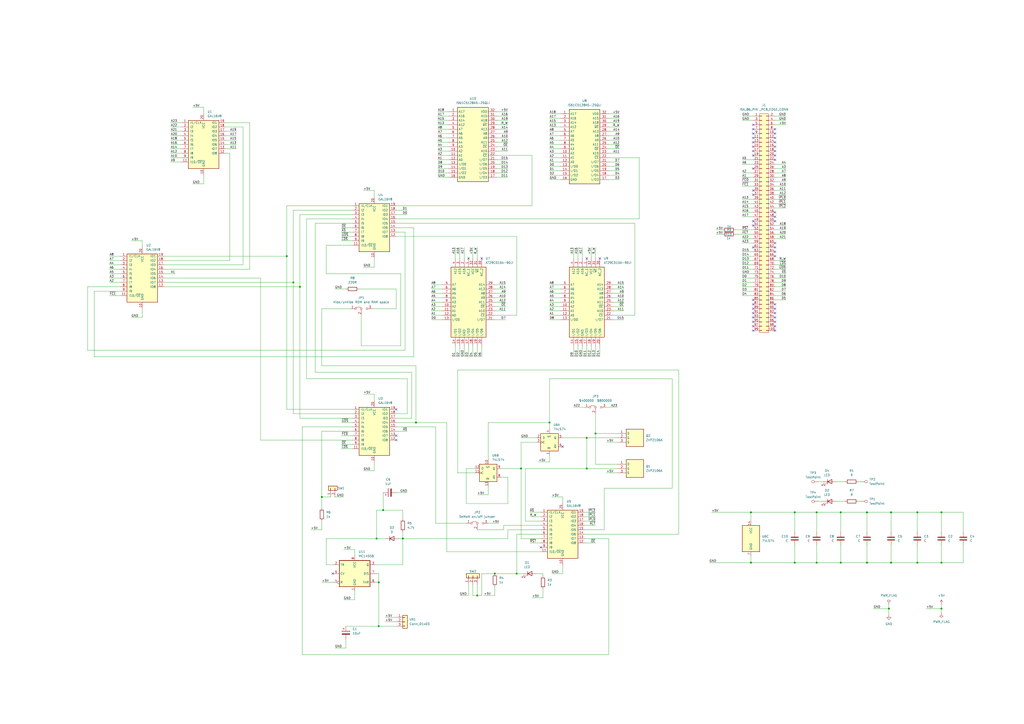
<source format=kicad_sch>
(kicad_sch (version 20250114) (generator "eeschema") (generator_version "9.0")
  (paper "A2")
  (title_block (title "Action Replay III remake") (date "2024-07-11") (comment 1 "By na103"))
  (lib_symbols
    (symbol "74xx:74LS74" (pin_names (offset 1.016))
      (property "Reference" "U" (at -7.62 8.89 0))
      (property "Value" "74LS74" (at -7.62 -8.89 0))
      (symbol "74LS74_1_0"
        (pin input line (at -7.62 2.54 0) (length 2.54) (name "D") (number "2"))
        (pin input clock (at -7.62 0 0) (length 2.54) (name "C") (number "3"))
        (pin input line (at 0 7.62 270) (length 2.54) (name "~{S}") (number "4"))
        (pin input line (at 0 -7.62 90) (length 2.54) (name "~{R}") (number "1"))
        (pin output line (at 7.62 2.54 180) (length 2.54) (name "Q") (number "5"))
        (pin output line (at 7.62 -2.54 180) (length 2.54) (name "~{Q}") (number "6"))
      )
      (symbol "74LS74_2_0"
        (pin input line (at -7.62 2.54 0) (length 2.54) (name "D") (number "12"))
        (pin input clock (at -7.62 0 0) (length 2.54) (name "C") (number "11"))
        (pin input line (at 0 7.62 270) (length 2.54) (name "~{S}") (number "10"))
        (pin input line (at 0 -7.62 90) (length 2.54) (name "~{R}") (number "13"))
        (pin output line (at 7.62 2.54 180) (length 2.54) (name "Q") (number "9"))
        (pin output line (at 7.62 -2.54 180) (length 2.54) (name "~{Q}") (number "8"))
      )
      (symbol "74LS74_3_0"
        (pin power_in line (at 0 10.16 270) (length 2.54) (name "VCC") (number "14"))
        (pin power_in line (at 0 -10.16 90) (length 2.54) (name "GND") (number "7"))
      )
    )
    (symbol "Connector:TestPoint" (pin_numbers (hide yes)) (pin_names (offset 0.762) (hide yes))
      (property "Reference" "TP" (at 0 6.858 0))
      (property "Value" "TestPoint" (at 0 5.08 0))
      (symbol "TestPoint_1_1"
        (pin passive line (at 0 0 90) (length 2.54) (name "1") (number "1"))
      )
    )
    (symbol "Connector_Generic:Conn_01x02" (pin_names (offset 1.016) (hide yes))
      (property "Reference" "J" (at 0 2.54 0))
      (property "Value" "Conn_01x02" (at 0 -5.08 0))
      (symbol "Conn_01x02_1_1"
        (pin passive line (at -5.08 0 0) (length 3.81) (name "Pin_1") (number "1"))
        (pin passive line (at -5.08 -2.54 0) (length 3.81) (name "Pin_2") (number "2"))
      )
    )
    (symbol "Connector_Generic:Conn_01x03" (pin_names (offset 1.016) (hide yes))
      (property "Reference" "J" (at 0 5.08 0))
      (property "Value" "Conn_01x03" (at 0 -5.08 0))
      (symbol "Conn_01x03_1_1"
        (pin passive line (at -5.08 2.54 0) (length 3.81) (name "Pin_1") (number "1"))
        (pin passive line (at -5.08 0 0) (length 3.81) (name "Pin_2") (number "2"))
        (pin passive line (at -5.08 -2.54 0) (length 3.81) (name "Pin_3") (number "3"))
      )
    )
    (symbol "Device:C" (pin_numbers (hide yes)) (pin_names (offset 0.254))
      (property "Reference" "C" (at 0.635 2.54 0))
      (property "Value" "C" (at 0.635 -2.54 0))
      (symbol "C_1_1"
        (pin passive line (at 0 3.81 270) (length 2.794) (name "~") (number "1"))
        (pin passive line (at 0 -3.81 90) (length 2.794) (name "~") (number "2"))
      )
    )
    (symbol "Device:C_Polarized" (pin_numbers (hide yes)) (pin_names (offset 0.254))
      (property "Reference" "C" (at 0.635 2.54 0))
      (property "Value" "C_Polarized" (at 0.635 -2.54 0))
      (symbol "C_Polarized_1_1"
        (pin passive line (at 0 3.81 270) (length 2.794) (name "~") (number "1"))
        (pin passive line (at 0 -3.81 90) (length 2.794) (name "~") (number "2"))
      )
    )
    (symbol "Device:D" (pin_numbers (hide yes)) (pin_names (offset 1.016) (hide yes))
      (property "Reference" "D" (at 0 2.54 0))
      (property "Value" "D" (at 0 -2.54 0))
      (symbol "D_1_1"
        (pin passive line (at -3.81 0 0) (length 2.54) (name "K") (number "1"))
        (pin passive line (at 3.81 0 180) (length 2.54) (name "A") (number "2"))
      )
    )
    (symbol "Device:LED" (pin_numbers (hide yes)) (pin_names (offset 1.016) (hide yes))
      (property "Reference" "D" (at 0 2.54 0))
      (property "Value" "LED" (at 0 -2.54 0))
      (symbol "LED_1_1"
        (pin passive line (at -3.81 0 0) (length 2.54) (name "K") (number "1"))
        (pin passive line (at 3.81 0 180) (length 2.54) (name "A") (number "2"))
      )
    )
    (symbol "Device:R" (pin_numbers (hide yes)) (pin_names (offset 0))
      (property "Reference" "R" (at 2.032 0 90))
      (property "Value" "R" (at 0 0 90))
      (symbol "R_1_1"
        (pin passive line (at 0 3.81 270) (length 1.27) (name "~") (number "1"))
        (pin passive line (at 0 -3.81 90) (length 1.27) (name "~") (number "2"))
      )
    )
    (symbol "EDAC_395_Series_Connector:ISA_100_PIN _PCB_EDGE_CONN" (pin_names (offset 1.016) (hide yes))
      (property "Reference" "J1" (at -1.27 54.61 0))
      (property "Value" "ISA_86_PIN _PCB_EDGE_CONN" (at -1.27 52.07 0))
      (symbol "ISA_100_PIN _PCB_EDGE_CONN_1_1"
        (pin passive line (at -7.62 48.26 0) (length 3.81) (name "Pin_1") (number "1"))
        (pin passive line (at -7.62 45.72 0) (length 3.81) (name "Pin_3") (number "3"))
        (pin passive line (at -7.62 43.18 0) (length 3.81) (name "Pin_5") (number "5"))
        (pin passive line (at -7.62 40.64 0) (length 3.81) (name "Pin_7") (number "7"))
        (pin passive line (at -7.62 38.1 0) (length 3.81) (name "Pin_9") (number "9"))
        (pin passive line (at -7.62 35.56 0) (length 3.81) (name "Pin_11") (number "11"))
        (pin passive line (at -7.62 33.02 0) (length 3.81) (name "Pin_13") (number "13"))
        (pin passive line (at -7.62 30.48 0) (length 3.81) (name "Pin_15") (number "15"))
        (pin passive line (at -7.62 27.94 0) (length 3.81) (name "Pin_17") (number "17"))
        (pin passive line (at -7.62 25.4 0) (length 3.81) (name "Pin_19") (number "19"))
        (pin passive line (at -7.62 22.86 0) (length 3.81) (name "Pin_21") (number "21"))
        (pin passive line (at -7.62 20.32 0) (length 3.81) (name "Pin_23") (number "23"))
        (pin passive line (at -7.62 17.78 0) (length 3.81) (name "Pin_25") (number "25"))
        (pin passive line (at -7.62 15.24 0) (length 3.81) (name "Pin_27") (number "27"))
        (pin passive line (at -7.62 12.7 0) (length 3.81) (name "Pin_29") (number "29"))
        (pin passive line (at -7.62 10.16 0) (length 3.81) (name "Pin_31") (number "31"))
        (pin passive line (at -7.62 7.62 0) (length 3.81) (name "Pin_33") (number "33"))
        (pin passive line (at -7.62 5.08 0) (length 3.81) (name "Pin_35") (number "35"))
        (pin passive line (at -7.62 2.54 0) (length 3.81) (name "Pin_37") (number "37"))
        (pin passive line (at -7.62 0 0) (length 3.81) (name "Pin_39") (number "39"))
        (pin passive line (at -7.62 -2.54 0) (length 3.81) (name "Pin_41") (number "41"))
        (pin passive line (at -7.62 -5.08 0) (length 3.81) (name "Pin_43") (number "43"))
        (pin passive line (at -7.62 -7.62 0) (length 3.81) (name "Pin_45") (number "45"))
        (pin passive line (at -7.62 -10.16 0) (length 3.81) (name "Pin_47") (number "47"))
        (pin passive line (at -7.62 -12.7 0) (length 3.81) (name "Pin_49") (number "49"))
        (pin passive line (at -7.62 -15.24 0) (length 3.81) (name "Pin_51") (number "51"))
        (pin passive line (at -7.62 -17.78 0) (length 3.81) (name "Pin_53") (number "53"))
        (pin passive line (at -7.62 -20.32 0) (length 3.81) (name "Pin_55") (number "55"))
        (pin passive line (at -7.62 -22.86 0) (length 3.81) (name "Pin_57") (number "57"))
        (pin passive line (at -7.62 -25.4 0) (length 3.81) (name "Pin_59") (number "59"))
        (pin passive line (at -7.62 -27.94 0) (length 3.81) (name "Pin_61") (number "61"))
        (pin passive line (at -7.62 -30.48 0) (length 3.81) (name "Pin_63") (number "63"))
        (pin passive line (at -7.62 -33.02 0) (length 3.81) (name "Pin_65") (number "65"))
        (pin passive line (at -7.62 -35.56 0) (length 3.81) (name "Pin_67") (number "67"))
        (pin passive line (at -7.62 -38.1 0) (length 3.81) (name "Pin_69") (number "69"))
        (pin passive line (at -7.62 -40.64 0) (length 3.81) (name "Pin_71") (number "71"))
        (pin passive line (at -7.62 -43.18 0) (length 3.81) (name "Pin_73") (number "73"))
        (pin passive line (at -7.62 -45.72 0) (length 3.81) (name "Pin_75") (number "75"))
        (pin passive line (at -7.62 -48.26 0) (length 3.81) (name "Pin_77") (number "77"))
        (pin passive line (at -7.62 -50.8 0) (length 3.81) (name "Pin_79") (number "79"))
        (pin passive line (at -7.62 -53.34 0) (length 3.81) (name "Pin_81") (number "81"))
        (pin passive line (at -7.62 -55.88 0) (length 3.81) (name "Pin_83") (number "83"))
        (pin passive line (at -7.62 -58.42 0) (length 3.81) (name "Pin_85") (number "85"))
        (pin passive line (at -7.62 -60.96 0) (length 3.81) (name "Pin_87") (number "87"))
        (pin passive line (at -7.62 -63.5 0) (length 3.81) (name "Pin_89") (number "89"))
        (pin passive line (at -7.62 -66.04 0) (length 3.81) (name "Pin_91") (number "91"))
        (pin passive line (at -7.62 -68.58 0) (length 3.81) (name "Pin_93") (number "93"))
        (pin passive line (at -7.62 -71.12 0) (length 3.81) (name "Pin_95") (number "95"))
        (pin passive line (at -7.62 -73.66 0) (length 3.81) (name "Pin_97") (number "97"))
        (pin passive line (at -7.62 -76.2 0) (length 3.81) (name "Pin_99") (number "99"))
        (pin passive line (at 5.08 48.26 180) (length 3.81) (name "Pin_2") (number "2"))
        (pin passive line (at 5.08 45.72 180) (length 3.81) (name "Pin_4") (number "4"))
        (pin passive line (at 5.08 43.18 180) (length 3.81) (name "Pin_6") (number "6"))
        (pin passive line (at 5.08 40.64 180) (length 3.81) (name "Pin_8") (number "8"))
        (pin passive line (at 5.08 38.1 180) (length 3.81) (name "Pin_10") (number "10"))
        (pin passive line (at 5.08 35.56 180) (length 3.81) (name "Pin_12") (number "12"))
        (pin passive line (at 5.08 33.02 180) (length 3.81) (name "Pin_14") (number "14"))
        (pin passive line (at 5.08 30.48 180) (length 3.81) (name "Pin_16") (number "16"))
        (pin passive line (at 5.08 27.94 180) (length 3.81) (name "Pin_18") (number "18"))
        (pin passive line (at 5.08 25.4 180) (length 3.81) (name "Pin_20") (number "20"))
        (pin passive line (at 5.08 22.86 180) (length 3.81) (name "Pin_22") (number "22"))
        (pin passive line (at 5.08 20.32 180) (length 3.81) (name "Pin_24") (number "24"))
        (pin passive line (at 5.08 17.78 180) (length 3.81) (name "Pin_26") (number "26"))
        (pin passive line (at 5.08 15.24 180) (length 3.81) (name "Pin_28") (number "28"))
        (pin passive line (at 5.08 12.7 180) (length 3.81) (name "Pin_30") (number "30"))
        (pin passive line (at 5.08 10.16 180) (length 3.81) (name "Pin_32") (number "32"))
        (pin passive line (at 5.08 7.62 180) (length 3.81) (name "Pin_34") (number "34"))
        (pin passive line (at 5.08 5.08 180) (length 3.81) (name "Pin_36") (number "36"))
        (pin passive line (at 5.08 2.54 180) (length 3.81) (name "Pin_38") (number "38"))
        (pin passive line (at 5.08 0 180) (length 3.81) (name "Pin_40") (number "40"))
        (pin passive line (at 5.08 -2.54 180) (length 3.81) (name "Pin_42") (number "42"))
        (pin passive line (at 5.08 -5.08 180) (length 3.81) (name "Pin_44") (number "44"))
        (pin passive line (at 5.08 -7.62 180) (length 3.81) (name "Pin_46") (number "46"))
        (pin passive line (at 5.08 -10.16 180) (length 3.81) (name "Pin_48") (number "48"))
        (pin passive line (at 5.08 -12.7 180) (length 3.81) (name "Pin_50") (number "50"))
        (pin passive line (at 5.08 -15.24 180) (length 3.81) (name "Pin_52") (number "52"))
        (pin passive line (at 5.08 -17.78 180) (length 3.81) (name "Pin_54") (number "54"))
        (pin passive line (at 5.08 -20.32 180) (length 3.81) (name "Pin_56") (number "56"))
        (pin passive line (at 5.08 -22.86 180) (length 3.81) (name "Pin_58") (number "58"))
        (pin passive line (at 5.08 -25.4 180) (length 3.81) (name "Pin_60") (number "60"))
        (pin passive line (at 5.08 -27.94 180) (length 3.81) (name "Pin_62") (number "62"))
        (pin passive line (at 5.08 -30.48 180) (length 3.81) (name "Pin_64") (number "64"))
        (pin passive line (at 5.08 -33.02 180) (length 3.81) (name "Pin_66") (number "66"))
        (pin passive line (at 5.08 -35.56 180) (length 3.81) (name "Pin_68") (number "68"))
        (pin passive line (at 5.08 -38.1 180) (length 3.81) (name "Pin_70") (number "70"))
        (pin passive line (at 5.08 -40.64 180) (length 3.81) (name "Pin_72") (number "72"))
        (pin passive line (at 5.08 -43.18 180) (length 3.81) (name "Pin_74") (number "74"))
        (pin passive line (at 5.08 -45.72 180) (length 3.81) (name "Pin_76") (number "76"))
        (pin passive line (at 5.08 -48.26 180) (length 3.81) (name "Pin_78") (number "78"))
        (pin passive line (at 5.08 -50.8 180) (length 3.81) (name "Pin_80") (number "80"))
        (pin passive line (at 5.08 -53.34 180) (length 3.81) (name "Pin_82") (number "82"))
        (pin passive line (at 5.08 -55.88 180) (length 3.81) (name "Pin_84") (number "84"))
        (pin passive line (at 5.08 -58.42 180) (length 3.81) (name "Pin_86") (number "86"))
        (pin passive line (at 5.08 -60.96 180) (length 3.81) (name "Pin_88") (number "88"))
        (pin passive line (at 5.08 -63.5 180) (length 3.81) (name "Pin_90") (number "90"))
        (pin passive line (at 5.08 -66.04 180) (length 3.81) (name "Pin_92") (number "92"))
        (pin passive line (at 5.08 -68.58 180) (length 3.81) (name "Pin_94") (number "94"))
        (pin passive line (at 5.08 -71.12 180) (length 3.81) (name "Pin_96") (number "96"))
        (pin passive line (at 5.08 -73.66 180) (length 3.81) (name "Pin_98") (number "98"))
        (pin passive line (at 5.08 -76.2 180) (length 3.81) (name "Pin_100") (number "100"))
      )
    )
    (symbol "Jumper:Jumper_3_Bridged12" (pin_names (offset 0) (hide yes)) (exclude_from_sim yes) (in_bom no)
      (property "Reference" "JP" (at -2.54 -2.54 0))
      (property "Value" "Jumper_3_Bridged12" (at 0 2.794 0))
      (symbol "Jumper_3_Bridged12_1_1"
        (pin passive line (at -6.35 0 0) (length 2.54) (name "A") (number "1"))
        (pin passive line (at 0 -3.81 90) (length 2.54) (name "C") (number "2"))
        (pin passive line (at 6.35 0 180) (length 2.54) (name "B") (number "3"))
      )
    )
    (symbol "Logic_Programmable:GAL16V8" (pin_names (offset 1.016))
      (property "Reference" "U" (at -8.89 16.51 0))
      (property "Value" "GAL16V8" (at 1.27 16.51 0))
      (symbol "GAL16V8_0_0"
        (pin power_in line (at 0 17.78 270) (length 3.81) (name "VCC") (number "20"))
        (pin power_in line (at 0 -17.78 90) (length 3.81) (name "GND") (number "10"))
      )
      (symbol "GAL16V8_1_1"
        (pin input line (at -12.7 12.7 0) (length 3.81) (name "I1/CLK") (number "1"))
        (pin input line (at -12.7 10.16 0) (length 3.81) (name "I2") (number "2"))
        (pin input line (at -12.7 7.62 0) (length 3.81) (name "I3") (number "3"))
        (pin input line (at -12.7 5.08 0) (length 3.81) (name "I4") (number "4"))
        (pin input line (at -12.7 2.54 0) (length 3.81) (name "I5") (number "5"))
        (pin input line (at -12.7 0 0) (length 3.81) (name "I6") (number "6"))
        (pin input line (at -12.7 -2.54 0) (length 3.81) (name "I7") (number "7"))
        (pin input line (at -12.7 -5.08 0) (length 3.81) (name "I8") (number "8"))
        (pin input line (at -12.7 -7.62 0) (length 3.81) (name "I9") (number "9"))
        (pin input line (at -12.7 -10.16 0) (length 3.81) (name "I10/~{OE}") (number "11"))
        (pin tri_state line (at 12.7 12.7 180) (length 3.81) (name "IO1") (number "19"))
        (pin tri_state line (at 12.7 10.16 180) (length 3.81) (name "IO2") (number "18"))
        (pin tri_state line (at 12.7 7.62 180) (length 3.81) (name "I03") (number "17"))
        (pin tri_state line (at 12.7 5.08 180) (length 3.81) (name "IO4") (number "16"))
        (pin tri_state line (at 12.7 2.54 180) (length 3.81) (name "IO5") (number "15"))
        (pin tri_state line (at 12.7 0 180) (length 3.81) (name "IO6") (number "14"))
        (pin tri_state line (at 12.7 -2.54 180) (length 3.81) (name "IO7") (number "13"))
        (pin tri_state line (at 12.7 -5.08 180) (length 3.81) (name "IO8") (number "12"))
      )
    )
    (symbol "SamacSys_Parts:AT29C010A-90JI"
      (property "Reference" "IC" (at 26.67 15.24 0))
      (property "Value" "AT29C010A-90JI" (at 26.67 12.7 0))
      (symbol "AT29C010A-90JI_1_1"
        (pin passive line (at 0 0 0) (length 5.08) (name "A7") (number "5"))
        (pin passive line (at 0 -2.54 0) (length 5.08) (name "A6") (number "6"))
        (pin passive line (at 0 -5.08 0) (length 5.08) (name "A5") (number "7"))
        (pin passive line (at 0 -7.62 0) (length 5.08) (name "A4") (number "8"))
        (pin passive line (at 0 -10.16 0) (length 5.08) (name "A3") (number "9"))
        (pin passive line (at 0 -12.7 0) (length 5.08) (name "A2") (number "10"))
        (pin passive line (at 0 -15.24 0) (length 5.08) (name "A1") (number "11"))
        (pin passive line (at 0 -17.78 0) (length 5.08) (name "A0") (number "12"))
        (pin passive line (at 0 -20.32 0) (length 5.08) (name "I/O0") (number "13"))
        (pin passive line (at 7.62 15.24 270) (length 5.08) (name "A12") (number "4"))
        (pin passive line (at 7.62 -35.56 90) (length 5.08) (name "I/O1") (number "14"))
        (pin passive line (at 10.16 15.24 270) (length 5.08) (name "A15") (number "3"))
        (pin passive line (at 10.16 -35.56 90) (length 5.08) (name "I/O2") (number "15"))
        (pin passive line (at 12.7 15.24 270) (length 5.08) (name "A16") (number "2"))
        (pin passive line (at 12.7 -35.56 90) (length 5.08) (name "GND") (number "16"))
        (pin passive line (at 15.24 15.24 270) (length 5.08) (name "NC_1") (number "1"))
        (pin passive line (at 15.24 -35.56 90) (length 5.08) (name "I/O3") (number "17"))
        (pin passive line (at 17.78 15.24 270) (length 5.08) (name "VCC") (number "32"))
        (pin passive line (at 17.78 -35.56 90) (length 5.08) (name "I/O4") (number "18"))
        (pin passive line (at 20.32 15.24 270) (length 5.08) (name "~{WE}") (number "31"))
        (pin passive line (at 20.32 -35.56 90) (length 5.08) (name "I/O5") (number "19"))
        (pin passive line (at 22.86 15.24 270) (length 5.08) (name "NC_2") (number "30"))
        (pin passive line (at 22.86 -35.56 90) (length 5.08) (name "I/O6") (number "20"))
        (pin passive line (at 30.48 0 180) (length 5.08) (name "A14") (number "29"))
        (pin passive line (at 30.48 -2.54 180) (length 5.08) (name "A13") (number "28"))
        (pin passive line (at 30.48 -5.08 180) (length 5.08) (name "A8") (number "27"))
        (pin passive line (at 30.48 -7.62 180) (length 5.08) (name "A9") (number "26"))
        (pin passive line (at 30.48 -10.16 180) (length 5.08) (name "A11") (number "25"))
        (pin passive line (at 30.48 -12.7 180) (length 5.08) (name "~{OE}") (number "24"))
        (pin passive line (at 30.48 -15.24 180) (length 5.08) (name "A10") (number "23"))
        (pin passive line (at 30.48 -17.78 180) (length 5.08) (name "~{CE}") (number "22"))
        (pin passive line (at 30.48 -20.32 180) (length 5.08) (name "I/O7") (number "21"))
      )
    )
    (symbol "SamacSys_Parts:IS61C5128AS-25QLI"
      (property "Reference" "IC" (at 24.13 7.62 0))
      (property "Value" "IS61C5128AS-25QLI" (at 24.13 5.08 0))
      (symbol "IS61C5128AS-25QLI_1_1"
        (pin passive line (at 0 0 0) (length 5.08) (name "A17") (number "1"))
        (pin passive line (at 0 -2.54 0) (length 5.08) (name "A16") (number "2"))
        (pin passive line (at 0 -5.08 0) (length 5.08) (name "A14") (number "3"))
        (pin passive line (at 0 -7.62 0) (length 5.08) (name "A12") (number "4"))
        (pin passive line (at 0 -10.16 0) (length 5.08) (name "A7") (number "5"))
        (pin passive line (at 0 -12.7 0) (length 5.08) (name "A6") (number "6"))
        (pin passive line (at 0 -15.24 0) (length 5.08) (name "A5") (number "7"))
        (pin passive line (at 0 -17.78 0) (length 5.08) (name "A4") (number "8"))
        (pin passive line (at 0 -20.32 0) (length 5.08) (name "A3") (number "9"))
        (pin passive line (at 0 -22.86 0) (length 5.08) (name "A2") (number "10"))
        (pin passive line (at 0 -25.4 0) (length 5.08) (name "A1") (number "11"))
        (pin passive line (at 0 -27.94 0) (length 5.08) (name "A0") (number "12"))
        (pin passive line (at 0 -30.48 0) (length 5.08) (name "I/O0") (number "13"))
        (pin passive line (at 0 -33.02 0) (length 5.08) (name "I/O1") (number "14"))
        (pin passive line (at 0 -35.56 0) (length 5.08) (name "I/O2") (number "15"))
        (pin passive line (at 0 -38.1 0) (length 5.08) (name "GND") (number "16"))
        (pin passive line (at 27.94 0 180) (length 5.08) (name "VDD") (number "32"))
        (pin passive line (at 27.94 -2.54 180) (length 5.08) (name "A15") (number "31"))
        (pin passive line (at 27.94 -5.08 180) (length 5.08) (name "A18") (number "30"))
        (pin passive line (at 27.94 -7.62 180) (length 5.08) (name "~{WE}") (number "29"))
        (pin passive line (at 27.94 -10.16 180) (length 5.08) (name "A13") (number "28"))
        (pin passive line (at 27.94 -12.7 180) (length 5.08) (name "A8") (number "27"))
        (pin passive line (at 27.94 -15.24 180) (length 5.08) (name "A9") (number "26"))
        (pin passive line (at 27.94 -17.78 180) (length 5.08) (name "A11") (number "25"))
        (pin passive line (at 27.94 -20.32 180) (length 5.08) (name "~{OE}") (number "24"))
        (pin passive line (at 27.94 -22.86 180) (length 5.08) (name "A10") (number "23"))
        (pin passive line (at 27.94 -25.4 180) (length 5.08) (name "~{CE}") (number "22"))
        (pin passive line (at 27.94 -27.94 180) (length 5.08) (name "I/O7") (number "21"))
        (pin passive line (at 27.94 -30.48 180) (length 5.08) (name "I/O6") (number "20"))
        (pin passive line (at 27.94 -33.02 180) (length 5.08) (name "I/O5") (number "19"))
        (pin passive line (at 27.94 -35.56 180) (length 5.08) (name "I/O4") (number "18"))
        (pin passive line (at 27.94 -38.1 180) (length 5.08) (name "I/O3") (number "17"))
      )
    )
    (symbol "Timer:MC1455B"
      (property "Reference" "U" (at -10.16 8.89 0))
      (property "Value" "MC1455B" (at 2.54 8.89 0))
      (symbol "MC1455B_0_0"
        (pin power_in line (at 0 10.16 270) (length 2.54) (name "VCC") (number "8"))
        (pin power_in line (at 0 -10.16 90) (length 2.54) (name "GND") (number "1"))
      )
      (symbol "MC1455B_1_1"
        (pin input line (at -12.7 5.08 0) (length 3.81) (name "TR") (number "2"))
        (pin input line (at -12.7 0 0) (length 3.81) (name "CV") (number "5"))
        (pin input inverted (at -12.7 -5.08 0) (length 3.81) (name "R") (number "4"))
        (pin output line (at 12.7 5.08 180) (length 3.81) (name "Q") (number "3"))
        (pin input line (at 12.7 0 180) (length 3.81) (name "DIS") (number "7"))
        (pin input line (at 12.7 -5.08 180) (length 3.81) (name "THR") (number "6"))
      )
    )
    (symbol "ZVP2106A:ZVP2106A"
      (property "Reference" "Q" (at 16.51 7.62 0))
      (property "Value" "ZVP2106A" (at 16.51 5.08 0))
      (symbol "ZVP2106A_1_1"
        (pin passive line (at 0 0 0) (length 5.08) (name "D") (number "1"))
        (pin passive line (at 0 -2.54 0) (length 5.08) (name "G") (number "2"))
        (pin passive line (at 0 -5.08 0) (length 5.08) (name "S") (number "3"))
      )
    )
    (symbol "power:+5V" (power) (pin_numbers (hide yes)) (pin_names (offset 0) (hide yes))
      (property "Value" "+5V" (at 0 3.556 0))
      (symbol "+5V_1_1"
        (pin power_in line (at 0 0 90) (length 0) (name "~") (number "1"))
      )
    )
    (symbol "power:GND" (power) (pin_numbers (hide yes)) (pin_names (offset 0) (hide yes))
      (property "Value" "GND" (at 0 -3.81 0))
      (symbol "GND_1_1"
        (pin power_in line (at 0 0 270) (length 0) (name "~") (number "1"))
      )
    )
    (symbol "power:PWR_FLAG" (power) (pin_numbers (hide yes)) (pin_names (offset 0) (hide yes))
      (property "Value" "PWR_FLAG" (at 0 3.81 0))
      (symbol "PWR_FLAG_0_0"
        (pin power_out line (at 0 0 90) (length 0) (name "~") (number "1"))
      )
    )
  )
  (junction (at 461.01 326.39))
  (junction (at 515.62 353.06))
  (junction (at 487.68 326.39))
  (junction (at 532.13 326.39))
  (junction (at 299.72 332.74))
  (junction (at 218.44 312.42))
  (junction (at 345.44 251.46))
  (junction (at 222.25 295.91))
  (junction (at 473.71 297.18))
  (junction (at 186.69 288.29))
  (junction (at 233.68 312.42))
  (junction (at 318.77 245.11))
  (junction (at 302.26 271.78))
  (junction (at 435.61 297.18))
  (junction (at 241.3 245.11))
  (junction (at 546.1 326.39))
  (junction (at 170.18 163.83))
  (junction (at 219.71 363.22))
  (junction (at 546.1 353.06))
  (junction (at 502.92 297.18))
  (junction (at 287.02 332.74))
  (junction (at 516.89 326.39))
  (junction (at 516.89 297.18))
  (junction (at 502.92 326.39))
  (junction (at 276.86 345.44))
  (junction (at 173.99 166.37))
  (junction (at 546.1 297.18))
  (junction (at 487.68 297.18))
  (junction (at 473.71 326.39))
  (junction (at 435.61 326.39))
  (junction (at 461.01 297.18))
  (junction (at 219.71 337.82))
  (junction (at 532.13 297.18))
  (junction (at 340.36 254))
  (junction (at 340.36 271.78))
  (junction (at 166.37 148.59))
  (no_connect (at 449.58 191.77))
  (no_connect (at 436.88 74.93))
  (no_connect (at 436.88 97.79))
  (no_connect (at 449.58 146.05))
  (no_connect (at 449.58 181.61))
  (no_connect (at 229.87 252.73))
  (no_connect (at 436.88 189.23))
  (no_connect (at 436.88 143.51))
  (no_connect (at 449.58 176.53))
  (no_connect (at 449.58 140.97))
  (no_connect (at 449.58 125.73))
  (no_connect (at 229.87 237.49))
  (no_connect (at 449.58 85.09))
  (no_connect (at 449.58 148.59))
  (no_connect (at 313.69 317.5))
  (no_connect (at 436.88 72.39))
  (no_connect (at 436.88 179.07))
  (no_connect (at 436.88 113.03))
  (no_connect (at 436.88 110.49))
  (no_connect (at 449.58 80.01))
  (no_connect (at 279.4 149.86))
  (no_connect (at 436.88 82.55))
  (no_connect (at 436.88 90.17))
  (no_connect (at 436.88 87.63))
  (no_connect (at 449.58 74.93))
  (no_connect (at 193.04 332.74))
  (no_connect (at 436.88 176.53))
  (no_connect (at 271.78 149.86))
  (no_connect (at 449.58 184.15))
  (no_connect (at 449.58 92.71))
  (no_connect (at 326.39 259.08))
  (no_connect (at 347.98 149.86))
  (no_connect (at 449.58 77.47))
  (no_connect (at 229.87 255.27))
  (no_connect (at 436.88 85.09))
  (no_connect (at 449.58 179.07))
  (no_connect (at 436.88 181.61))
  (no_connect (at 449.58 90.17))
  (no_connect (at 436.88 77.47))
  (no_connect (at 449.58 82.55))
  (no_connect (at 436.88 184.15))
  (no_connect (at 436.88 128.27))
  (no_connect (at 436.88 173.99))
  (no_connect (at 436.88 191.77))
  (no_connect (at 449.58 87.63))
  (no_connect (at 436.88 186.69))
  (no_connect (at 436.88 80.01))
  (no_connect (at 449.58 128.27))
  (no_connect (at 436.88 130.81))
  (no_connect (at 449.58 143.51))
  (no_connect (at 449.58 123.19))
  (no_connect (at 449.58 189.23))
  (no_connect (at 449.58 186.69))
  (no_connect (at 340.36 149.86))
  (wire (pts (xy 308.61 90.17) (xy 288.29 90.17)))
  (wire (pts (xy 198.12 257.81) (xy 204.47 257.81)))
  (wire (pts (xy 229.87 179.07) (xy 215.9 179.07)))
  (wire (pts (xy 430.53 120.65) (xy 436.88 120.65)))
  (wire (pts (xy 198.12 134.62) (xy 204.47 134.62)))
  (wire (pts (xy 133.35 151.13) (xy 133.35 88.9)))
  (wire (pts (xy 218.44 312.42) (xy 223.52 312.42)))
  (wire (pts (xy 546.1 316.23) (xy 546.1 326.39)))
  (wire (pts (xy 271.78 339.09) (xy 271.78 345.44)))
  (wire (pts (xy 95.25 153.67) (xy 140.97 153.67)))
  (wire (pts (xy 455.93 130.81) (xy 449.58 130.81)))
  (wire (pts (xy 318.77 81.28) (xy 325.12 81.28)))
  (wire (pts (xy 250.19 182.88) (xy 256.54 182.88)))
  (wire (pts (xy 350.52 307.34) (xy 350.52 283.21)))
  (wire (pts (xy 326.39 288.29) (xy 326.39 292.1)))
  (wire (pts (xy 449.58 173.99) (xy 455.93 173.99)))
  (wire (pts (xy 254 64.77) (xy 260.35 64.77)))
  (wire (pts (xy 430.53 146.05) (xy 436.88 146.05)))
  (wire (pts (xy 99.06 83.82) (xy 105.41 83.82)))
  (wire (pts (xy 430.53 69.85) (xy 436.88 69.85)))
  (wire (pts (xy 294.64 307.34) (xy 294.64 312.42)))
  (wire (pts (xy 294.64 92.71) (xy 288.29 92.71)))
  (wire (pts (xy 217.17 267.97) (xy 217.17 273.05)))
  (wire (pts (xy 435.61 326.39) (xy 461.01 326.39)))
  (wire (pts (xy 430.53 148.59) (xy 436.88 148.59)))
  (wire (pts (xy 345.44 314.96) (xy 339.09 314.96)))
  (wire (pts (xy 111.76 106.68) (xy 118.11 106.68)))
  (wire (pts (xy 293.37 170.18) (xy 287.02 170.18)))
  (wire (pts (xy 95.25 151.13) (xy 133.35 151.13)))
  (wire (pts (xy 532.13 297.18) (xy 532.13 308.61)))
  (wire (pts (xy 293.37 172.72) (xy 287.02 172.72)))
  (wire (pts (xy 265.43 274.32) (xy 275.59 274.32)))
  (wire (pts (xy 359.41 68.58) (xy 353.06 68.58)))
  (wire (pts (xy 487.68 326.39) (xy 487.68 316.23)))
  (wire (pts (xy 430.53 102.87) (xy 436.88 102.87)))
  (wire (pts (xy 276.86 143.51) (xy 276.86 149.86)))
  (wire (pts (xy 294.64 100.33) (xy 288.29 100.33)))
  (wire (pts (xy 461.01 326.39) (xy 473.71 326.39)))
  (wire (pts (xy 173.99 166.37) (xy 173.99 242.57)))
  (wire (pts (xy 318.77 182.88) (xy 325.12 182.88)))
  (wire (pts (xy 546.1 297.18) (xy 546.1 308.61)))
  (wire (pts (xy 318.77 245.11) (xy 318.77 248.92)))
  (wire (pts (xy 411.48 326.39) (xy 435.61 326.39)))
  (wire (pts (xy 266.7 207.01) (xy 266.7 200.66)))
  (wire (pts (xy 546.1 350.52) (xy 546.1 353.06)))
  (wire (pts (xy 198.12 137.16) (xy 204.47 137.16)))
  (wire (pts (xy 318.77 66.04) (xy 325.12 66.04)))
  (wire (pts (xy 236.22 250.19) (xy 229.87 250.19)))
  (wire (pts (xy 99.06 76.2) (xy 105.41 76.2)))
  (wire (pts (xy 232.41 158.75) (xy 232.41 200.66)))
  (wire (pts (xy 370.84 127) (xy 370.84 91.44)))
  (wire (pts (xy 350.52 283.21) (xy 389.89 283.21)))
  (wire (pts (xy 455.93 133.35) (xy 449.58 133.35)))
  (wire (pts (xy 254 95.25) (xy 260.35 95.25)))
  (wire (pts (xy 210.82 228.6) (xy 217.17 228.6)))
  (wire (pts (xy 101.6 158.75) (xy 95.25 158.75)))
  (wire (pts (xy 229.87 132.08) (xy 240.03 132.08)))
  (wire (pts (xy 293.37 165.1) (xy 287.02 165.1)))
  (wire (pts (xy 461.01 297.18) (xy 473.71 297.18)))
  (wire (pts (xy 254 74.93) (xy 260.35 74.93)))
  (wire (pts (xy 250.19 170.18) (xy 256.54 170.18)))
  (wire (pts (xy 250.19 177.8) (xy 256.54 177.8)))
  (wire (pts (xy 345.44 297.18) (xy 339.09 297.18)))
  (wire (pts (xy 502.92 297.18) (xy 502.92 308.61)))
  (wire (pts (xy 50.8 203.2) (xy 50.8 166.37)))
  (wire (pts (xy 95.25 161.29) (xy 151.13 161.29)))
  (wire (pts (xy 259.08 245.11) (xy 241.3 245.11)))
  (wire (pts (xy 205.74 318.77) (xy 205.74 322.58)))
  (wire (pts (xy 254 77.47) (xy 260.35 77.47)))
  (wire (pts (xy 254 67.31) (xy 260.35 67.31)))
  (wire (pts (xy 415.29 135.89) (xy 419.1 135.89)))
  (wire (pts (xy 313.69 312.42) (xy 302.26 312.42)))
  (wire (pts (xy 487.68 297.18) (xy 502.92 297.18)))
  (wire (pts (xy 210.82 154.94) (xy 217.17 154.94)))
  (wire (pts (xy 430.53 118.11) (xy 436.88 118.11)))
  (wire (pts (xy 63.5 161.29) (xy 69.85 161.29)))
  (wire (pts (xy 250.19 185.42) (xy 256.54 185.42)))
  (wire (pts (xy 430.53 153.67) (xy 436.88 153.67)))
  (wire (pts (xy 293.37 177.8) (xy 287.02 177.8)))
  (wire (pts (xy 194.31 288.29) (xy 199.39 288.29)))
  (wire (pts (xy 236.22 124.46) (xy 229.87 124.46)))
  (wire (pts (xy 254 69.85) (xy 260.35 69.85)))
  (wire (pts (xy 361.95 185.42) (xy 355.6 185.42)))
  (wire (pts (xy 449.58 166.37) (xy 455.93 166.37)))
  (wire (pts (xy 294.64 85.09) (xy 288.29 85.09)))
  (wire (pts (xy 499.11 290.83) (xy 497.84 290.83)))
  (wire (pts (xy 241.3 212.09) (xy 186.69 212.09)))
  (wire (pts (xy 137.16 83.82) (xy 130.81 83.82)))
  (wire (pts (xy 177.8 219.71) (xy 236.22 219.71)))
  (wire (pts (xy 186.69 212.09) (xy 186.69 179.07)))
  (wire (pts (xy 99.06 81.28) (xy 105.41 81.28)))
  (wire (pts (xy 435.61 297.18) (xy 435.61 302.26)))
  (wire (pts (xy 294.64 74.93) (xy 288.29 74.93)))
  (wire (pts (xy 294.64 77.47) (xy 288.29 77.47)))
  (wire (pts (xy 254 90.17) (xy 260.35 90.17)))
  (wire (pts (xy 308.61 119.38) (xy 308.61 90.17)))
  (wire (pts (xy 393.7 309.88) (xy 393.7 214.63)))
  (wire (pts (xy 353.06 379.73) (xy 175.26 379.73)))
  (wire (pts (xy 314.96 334.01) (xy 314.96 332.74)))
  (wire (pts (xy 217.17 110.49) (xy 217.17 114.3)))
  (wire (pts (xy 449.58 110.49) (xy 455.93 110.49)))
  (wire (pts (xy 314.96 332.74) (xy 311.15 332.74)))
  (wire (pts (xy 515.62 353.06) (xy 515.62 356.87)))
  (wire (pts (xy 302.26 256.54) (xy 311.15 256.54)))
  (wire (pts (xy 276.86 207.01) (xy 276.86 200.66)))
  (wire (pts (xy 516.89 326.39) (xy 516.89 316.23)))
  (wire (pts (xy 222.25 285.75) (xy 222.25 295.91)))
  (wire (pts (xy 95.25 166.37) (xy 173.99 166.37)))
  (wire (pts (xy 252.73 303.53) (xy 270.51 303.53)))
  (wire (pts (xy 279.4 207.01) (xy 279.4 200.66)))
  (wire (pts (xy 318.77 172.72) (xy 325.12 172.72)))
  (wire (pts (xy 236.22 285.75) (xy 229.87 285.75)))
  (wire (pts (xy 99.06 91.44) (xy 105.41 91.44)))
  (wire (pts (xy 430.53 138.43) (xy 436.88 138.43)))
  (wire (pts (xy 210.82 110.49) (xy 217.17 110.49)))
  (wire (pts (xy 430.53 171.45) (xy 436.88 171.45)))
  (wire (pts (xy 200.66 363.22) (xy 219.71 363.22)))
  (wire (pts (xy 546.1 353.06) (xy 546.1 355.6)))
  (wire (pts (xy 240.03 132.08) (xy 240.03 207.01)))
  (wire (pts (xy 449.58 115.57) (xy 455.93 115.57)))
  (wire (pts (xy 233.68 308.61) (xy 233.68 312.42)))
  (wire (pts (xy 358.14 236.22) (xy 351.79 236.22)))
  (wire (pts (xy 63.5 153.67) (xy 69.85 153.67)))
  (wire (pts (xy 389.89 219.71) (xy 318.77 219.71)))
  (wire (pts (xy 198.12 252.73) (xy 204.47 252.73)))
  (wire (pts (xy 276.86 307.34) (xy 292.1 307.34)))
  (wire (pts (xy 287.02 340.36) (xy 287.02 345.44)))
  (wire (pts (xy 359.41 88.9) (xy 353.06 88.9)))
  (wire (pts (xy 359.41 83.82) (xy 353.06 83.82)))
  (wire (pts (xy 318.77 185.42) (xy 325.12 185.42)))
  (wire (pts (xy 359.41 76.2) (xy 353.06 76.2)))
  (wire (pts (xy 189.23 142.24) (xy 189.23 158.75)))
  (wire (pts (xy 118.11 62.23) (xy 118.11 66.04)))
  (wire (pts (xy 218.44 327.66) (xy 233.68 327.66)))
  (wire (pts (xy 449.58 118.11) (xy 455.93 118.11)))
  (wire (pts (xy 210.82 273.05) (xy 217.17 273.05)))
  (wire (pts (xy 359.41 81.28) (xy 353.06 81.28)))
  (wire (pts (xy 361.95 175.26) (xy 355.6 175.26)))
  (wire (pts (xy 276.86 345.44) (xy 279.4 345.44)))
  (wire (pts (xy 361.95 177.8) (xy 355.6 177.8)))
  (wire (pts (xy 189.23 158.75) (xy 232.41 158.75)))
  (wire (pts (xy 302.26 312.42) (xy 302.26 271.78)))
  (wire (pts (xy 342.9 149.86) (xy 342.9 143.51)))
  (wire (pts (xy 449.58 171.45) (xy 455.93 171.45)))
  (wire (pts (xy 250.19 180.34) (xy 256.54 180.34)))
  (wire (pts (xy 430.53 95.25) (xy 436.88 95.25)))
  (wire (pts (xy 293.37 175.26) (xy 287.02 175.26)))
  (wire (pts (xy 182.88 215.9) (xy 238.76 215.9)))
  (wire (pts (xy 516.89 326.39) (xy 532.13 326.39)))
  (wire (pts (xy 238.76 242.57) (xy 229.87 242.57)))
  (wire (pts (xy 339.09 307.34) (xy 350.52 307.34)))
  (wire (pts (xy 219.71 363.22) (xy 229.87 363.22)))
  (wire (pts (xy 186.69 250.19) (xy 186.69 288.29)))
  (wire (pts (xy 250.19 175.26) (xy 256.54 175.26)))
  (wire (pts (xy 449.58 105.41) (xy 455.93 105.41)))
  (wire (pts (xy 95.25 156.21) (xy 144.78 156.21)))
  (wire (pts (xy 290.83 276.86) (xy 294.64 276.86)))
  (wire (pts (xy 270.51 271.78) (xy 275.59 271.78)))
  (wire (pts (xy 449.58 102.87) (xy 455.93 102.87)))
  (wire (pts (xy 318.77 167.64) (xy 325.12 167.64)))
  (wire (pts (xy 430.53 140.97) (xy 436.88 140.97)))
  (wire (pts (xy 218.44 312.42) (xy 189.23 312.42)))
  (wire (pts (xy 345.44 302.26) (xy 339.09 302.26)))
  (wire (pts (xy 54.61 168.91) (xy 69.85 168.91)))
  (wire (pts (xy 546.1 326.39) (xy 532.13 326.39)))
  (wire (pts (xy 318.77 165.1) (xy 325.12 165.1)))
  (wire (pts (xy 151.13 255.27) (xy 204.47 255.27)))
  (wire (pts (xy 177.8 127) (xy 177.8 219.71)))
  (wire (pts (xy 302.26 271.78) (xy 302.26 256.54)))
  (wire (pts (xy 82.55 179.07) (xy 82.55 184.15)))
  (wire (pts (xy 449.58 69.85) (xy 455.93 69.85)))
  (wire (pts (xy 499.11 279.4) (xy 497.84 279.4)))
  (wire (pts (xy 345.44 207.01) (xy 345.44 200.66)))
  (wire (pts (xy 368.3 182.88) (xy 355.6 182.88)))
  (wire (pts (xy 292.1 304.8) (xy 313.69 304.8)))
  (wire (pts (xy 307.34 299.72) (xy 313.69 299.72)))
  (wire (pts (xy 99.06 86.36) (xy 105.41 86.36)))
  (wire (pts (xy 63.5 148.59) (xy 69.85 148.59)))
  (wire (pts (xy 359.41 66.04) (xy 353.06 66.04)))
  (wire (pts (xy 449.58 100.33) (xy 455.93 100.33)))
  (wire (pts (xy 223.52 360.68) (xy 229.87 360.68)))
  (wire (pts (xy 205.74 342.9) (xy 205.74 347.98)))
  (wire (pts (xy 294.64 95.25) (xy 288.29 95.25)))
  (wire (pts (xy 204.47 121.92) (xy 170.18 121.92)))
  (wire (pts (xy 229.87 247.65) (xy 252.73 247.65)))
  (wire (pts (xy 449.58 120.65) (xy 455.93 120.65)))
  (wire (pts (xy 449.58 97.79) (xy 455.93 97.79)))
  (wire (pts (xy 217.17 149.86) (xy 217.17 154.94)))
  (wire (pts (xy 279.4 332.74) (xy 287.02 332.74)))
  (wire (pts (xy 449.58 163.83) (xy 455.93 163.83)))
  (wire (pts (xy 302.26 254) (xy 311.15 254)))
  (wire (pts (xy 455.93 72.39) (xy 449.58 72.39)))
  (wire (pts (xy 137.16 86.36) (xy 130.81 86.36)))
  (wire (pts (xy 208.28 167.64) (xy 229.87 167.64)))
  (wire (pts (xy 361.95 180.34) (xy 355.6 180.34)))
  (wire (pts (xy 218.44 337.82) (xy 219.71 337.82)))
  (wire (pts (xy 299.72 182.88) (xy 287.02 182.88)))
  (wire (pts (xy 76.2 139.7) (xy 82.55 139.7)))
  (wire (pts (xy 487.68 297.18) (xy 487.68 308.61)))
  (wire (pts (xy 361.95 172.72) (xy 355.6 172.72)))
  (wire (pts (xy 337.82 207.01) (xy 337.82 200.66)))
  (wire (pts (xy 313.69 307.34) (xy 294.64 307.34)))
  (wire (pts (xy 359.41 99.06) (xy 353.06 99.06)))
  (wire (pts (xy 359.41 96.52) (xy 353.06 96.52)))
  (wire (pts (xy 173.99 242.57) (xy 204.47 242.57)))
  (wire (pts (xy 546.1 297.18) (xy 558.8 297.18)))
  (wire (pts (xy 82.55 139.7) (xy 82.55 143.51)))
  (wire (pts (xy 170.18 163.83) (xy 170.18 240.03)))
  (wire (pts (xy 254 97.79) (xy 260.35 97.79)))
  (wire (pts (xy 345.44 269.24) (xy 358.14 269.24)))
  (wire (pts (xy 294.64 72.39) (xy 288.29 72.39)))
  (wire (pts (xy 151.13 161.29) (xy 151.13 255.27)))
  (wire (pts (xy 318.77 264.16) (xy 318.77 267.97)))
  (wire (pts (xy 274.32 339.09) (xy 274.32 345.44)))
  (wire (pts (xy 137.16 76.2) (xy 130.81 76.2)))
  (wire (pts (xy 270.51 292.1) (xy 270.51 271.78)))
  (wire (pts (xy 474.98 290.83) (xy 477.52 290.83)))
  (wire (pts (xy 294.64 292.1) (xy 270.51 292.1)))
  (wire (pts (xy 473.71 297.18) (xy 473.71 308.61)))
  (wire (pts (xy 233.68 312.42) (xy 294.64 312.42)))
  (wire (pts (xy 198.12 132.08) (xy 204.47 132.08)))
  (wire (pts (xy 279.4 332.74) (xy 279.4 345.44)))
  (wire (pts (xy 318.77 104.14) (xy 325.12 104.14)))
  (wire (pts (xy 506.73 353.06) (xy 515.62 353.06)))
  (wire (pts (xy 50.8 166.37) (xy 69.85 166.37)))
  (wire (pts (xy 359.41 71.12) (xy 353.06 71.12)))
  (wire (pts (xy 254 82.55) (xy 260.35 82.55)))
  (wire (pts (xy 189.23 142.24) (xy 204.47 142.24)))
  (wire (pts (xy 345.44 143.51) (xy 345.44 149.86)))
  (wire (pts (xy 293.37 185.42) (xy 287.02 185.42)))
  (wire (pts (xy 332.74 143.51) (xy 332.74 149.86)))
  (wire (pts (xy 294.64 80.01) (xy 288.29 80.01)))
  (wire (pts (xy 232.41 200.66) (xy 209.55 200.66)))
  (wire (pts (xy 299.72 309.88) (xy 299.72 332.74)))
  (wire (pts (xy 276.86 339.09) (xy 276.86 345.44)))
  (wire (pts (xy 303.53 332.74) (xy 299.72 332.74)))
  (wire (pts (xy 449.58 107.95) (xy 455.93 107.95)))
  (wire (pts (xy 233.68 300.99) (xy 233.68 295.91)))
  (wire (pts (xy 318.77 170.18) (xy 325.12 170.18)))
  (wire (pts (xy 166.37 119.38) (xy 204.47 119.38)))
  (wire (pts (xy 293.37 180.34) (xy 287.02 180.34)))
  (wire (pts (xy 318.77 177.8) (xy 325.12 177.8)))
  (wire (pts (xy 415.29 133.35) (xy 419.1 133.35)))
  (wire (pts (xy 198.12 260.35) (xy 204.47 260.35)))
  (wire (pts (xy 345.44 251.46) (xy 358.14 251.46)))
  (wire (pts (xy 283.21 266.7) (xy 283.21 245.11)))
  (wire (pts (xy 389.89 283.21) (xy 389.89 219.71)))
  (wire (pts (xy 537.21 353.06) (xy 546.1 353.06)))
  (wire (pts (xy 461.01 316.23) (xy 461.01 326.39)))
  (wire (pts (xy 137.16 78.74) (xy 130.81 78.74)))
  (wire (pts (xy 326.39 327.66) (xy 326.39 332.74)))
  (wire (pts (xy 485.14 290.83) (xy 490.22 290.83)))
  (wire (pts (xy 307.34 314.96) (xy 313.69 314.96)))
  (wire (pts (xy 318.77 180.34) (xy 325.12 180.34)))
  (wire (pts (xy 345.44 304.8) (xy 339.09 304.8)))
  (wire (pts (xy 436.88 133.35) (xy 426.72 133.35)))
  (wire (pts (xy 209.55 200.66) (xy 209.55 182.88)))
  (wire (pts (xy 166.37 119.38) (xy 166.37 148.59)))
  (wire (pts (xy 359.41 101.6) (xy 353.06 101.6)))
  (wire (pts (xy 487.68 326.39) (xy 502.92 326.39)))
  (wire (pts (xy 217.17 228.6) (xy 217.17 232.41)))
  (wire (pts (xy 312.42 267.97) (xy 318.77 267.97)))
  (wire (pts (xy 198.12 245.11) (xy 204.47 245.11)))
  (wire (pts (xy 238.76 215.9) (xy 238.76 242.57)))
  (wire (pts (xy 219.71 337.82) (xy 219.71 363.22)))
  (wire (pts (xy 274.32 149.86) (xy 274.32 143.51)))
  (wire (pts (xy 166.37 148.59) (xy 166.37 237.49)))
  (wire (pts (xy 229.87 129.54) (xy 368.3 129.54)))
  (wire (pts (xy 218.44 295.91) (xy 218.44 312.42)))
  (wire (pts (xy 473.71 297.18) (xy 487.68 297.18)))
  (wire (pts (xy 299.72 137.16) (xy 229.87 137.16)))
  (wire (pts (xy 140.97 73.66) (xy 130.81 73.66)))
  (wire (pts (xy 339.09 312.42) (xy 353.06 312.42)))
  (wire (pts (xy 359.41 73.66) (xy 353.06 73.66)))
  (wire (pts (xy 335.28 143.51) (xy 335.28 149.86)))
  (wire (pts (xy 318.77 73.66) (xy 325.12 73.66)))
  (wire (pts (xy 63.5 171.45) (xy 69.85 171.45)))
  (wire (pts (xy 266.7 143.51) (xy 266.7 149.86)))
  (wire (pts (xy 254 87.63) (xy 260.35 87.63)))
  (wire (pts (xy 175.26 247.65) (xy 204.47 247.65)))
  (wire (pts (xy 370.84 91.44) (xy 353.06 91.44)))
  (wire (pts (xy 99.06 93.98) (xy 105.41 93.98)))
  (wire (pts (xy 516.89 297.18) (xy 516.89 308.61)))
  (wire (pts (xy 254 85.09) (xy 260.35 85.09)))
  (wire (pts (xy 430.53 168.91) (xy 436.88 168.91)))
  (wire (pts (xy 351.79 256.54) (xy 358.14 256.54)))
  (wire (pts (xy 199.39 318.77) (xy 205.74 318.77)))
  (wire (pts (xy 359.41 78.74) (xy 353.06 78.74)))
  (wire (pts (xy 337.82 143.51) (xy 337.82 149.86)))
  (wire (pts (xy 313.69 302.26) (xy 304.8 302.26)))
  (wire (pts (xy 294.64 64.77) (xy 288.29 64.77)))
  (wire (pts (xy 558.8 326.39) (xy 546.1 326.39)))
  (wire (pts (xy 318.77 91.44) (xy 325.12 91.44)))
  (wire (pts (xy 95.25 163.83) (xy 170.18 163.83)))
  (wire (pts (xy 449.58 161.29) (xy 455.93 161.29)))
  (wire (pts (xy 133.35 88.9) (xy 130.81 88.9)))
  (wire (pts (xy 368.3 129.54) (xy 368.3 182.88)))
  (wire (pts (xy 111.76 62.23) (xy 118.11 62.23)))
  (wire (pts (xy 186.69 337.82) (xy 193.04 337.82)))
  (wire (pts (xy 430.53 166.37) (xy 436.88 166.37)))
  (wire (pts (xy 502.92 326.39) (xy 516.89 326.39)))
  (wire (pts (xy 299.72 332.74) (xy 287.02 332.74)))
  (wire (pts (xy 265.43 214.63) (xy 265.43 274.32)))
  (wire (pts (xy 430.53 125.73) (xy 436.88 125.73)))
  (wire (pts (xy 240.03 207.01) (xy 54.61 207.01)))
  (wire (pts (xy 54.61 207.01) (xy 54.61 168.91)))
  (wire (pts (xy 204.47 127) (xy 177.8 127)))
  (wire (pts (xy 186.69 302.26) (xy 186.69 307.34)))
  (wire (pts (xy 99.06 71.12) (xy 105.41 71.12)))
  (wire (pts (xy 359.41 86.36) (xy 353.06 86.36)))
  (wire (pts (xy 318.77 71.12) (xy 325.12 71.12)))
  (wire (pts (xy 118.11 101.6) (xy 118.11 106.68)))
  (wire (pts (xy 233.68 295.91) (xy 222.25 295.91)))
  (wire (pts (xy 182.88 129.54) (xy 182.88 215.9)))
  (wire (pts (xy 204.47 250.19) (xy 186.69 250.19)))
  (wire (pts (xy 198.12 139.7) (xy 204.47 139.7)))
  (wire (pts (xy 234.95 203.2) (xy 50.8 203.2)))
  (wire (pts (xy 250.19 165.1) (xy 256.54 165.1)))
  (wire (pts (xy 294.64 97.79) (xy 288.29 97.79)))
  (wire (pts (xy 430.53 107.95) (xy 436.88 107.95)))
  (wire (pts (xy 166.37 237.49) (xy 204.47 237.49)))
  (wire (pts (xy 558.8 316.23) (xy 558.8 326.39)))
  (wire (pts (xy 412.75 297.18) (xy 435.61 297.18)))
  (wire (pts (xy 63.5 158.75) (xy 69.85 158.75)))
  (wire (pts (xy 340.36 271.78) (xy 340.36 254)))
  (wire (pts (xy 345.44 251.46) (xy 345.44 269.24)))
  (wire (pts (xy 502.92 297.18) (xy 516.89 297.18)))
  (wire (pts (xy 144.78 71.12) (xy 130.81 71.12)))
  (wire (pts (xy 186.69 288.29) (xy 186.69 294.64)))
  (wire (pts (xy 430.53 115.57) (xy 436.88 115.57)))
  (wire (pts (xy 430.53 156.21) (xy 436.88 156.21)))
  (wire (pts (xy 186.69 288.29) (xy 191.77 288.29)))
  (wire (pts (xy 283.21 281.94) (xy 283.21 287.02)))
  (wire (pts (xy 259.08 245.11) (xy 259.08 320.04)))
  (wire (pts (xy 252.73 247.65) (xy 252.73 303.53)))
  (wire (pts (xy 430.53 161.29) (xy 436.88 161.29)))
  (wire (pts (xy 271.78 207.01) (xy 271.78 200.66)))
  (wire (pts (xy 236.22 121.92) (xy 229.87 121.92)))
  (wire (pts (xy 229.87 119.38) (xy 308.61 119.38)))
  (wire (pts (xy 347.98 207.01) (xy 347.98 200.66)))
  (wire (pts (xy 307.34 297.18) (xy 313.69 297.18)))
  (wire (pts (xy 532.13 326.39) (xy 532.13 316.23)))
  (wire (pts (xy 194.31 375.92) (xy 200.66 375.92)))
  (wire (pts (xy 532.13 297.18) (xy 546.1 297.18)))
  (wire (pts (xy 339.09 309.88) (xy 393.7 309.88)))
  (wire (pts (xy 204.47 129.54) (xy 182.88 129.54)))
  (wire (pts (xy 292.1 307.34) (xy 292.1 304.8)))
  (wire (pts (xy 144.78 156.21) (xy 144.78 71.12)))
  (wire (pts (xy 229.87 245.11) (xy 241.3 245.11)))
  (wire (pts (xy 254 92.71) (xy 260.35 92.71)))
  (wire (pts (xy 359.41 104.14) (xy 353.06 104.14)))
  (wire (pts (xy 361.95 167.64) (xy 355.6 167.64)))
  (wire (pts (xy 455.93 138.43) (xy 449.58 138.43)))
  (wire (pts (xy 199.39 347.98) (xy 205.74 347.98)))
  (wire (pts (xy 254 80.01) (xy 260.35 80.01)))
  (wire (pts (xy 189.23 312.42) (xy 189.23 327.66)))
  (wire (pts (xy 516.89 297.18) (xy 532.13 297.18)))
  (wire (pts (xy 393.7 214.63) (xy 265.43 214.63)))
  (wire (pts (xy 502.92 326.39) (xy 502.92 316.23)))
  (wire (pts (xy 264.16 143.51) (xy 264.16 149.86)))
  (wire (pts (xy 259.08 320.04) (xy 313.69 320.04)))
  (wire (pts (xy 351.79 274.32) (xy 358.14 274.32)))
  (wire (pts (xy 231.14 312.42) (xy 233.68 312.42)))
  (wire (pts (xy 313.69 309.88) (xy 299.72 309.88)))
  (wire (pts (xy 229.87 127) (xy 370.84 127)))
  (wire (pts (xy 269.24 143.51) (xy 269.24 149.86)))
  (wire (pts (xy 430.53 163.83) (xy 436.88 163.83)))
  (wire (pts (xy 318.77 78.74) (xy 325.12 78.74)))
  (wire (pts (xy 274.32 207.01) (xy 274.32 200.66)))
  (wire (pts (xy 345.44 240.03) (xy 345.44 251.46)))
  (wire (pts (xy 218.44 332.74) (xy 219.71 332.74)))
  (wire (pts (xy 340.36 207.01) (xy 340.36 200.66)))
  (wire (pts (xy 485.14 279.4) (xy 490.22 279.4)))
  (wire (pts (xy 276.86 287.02) (xy 283.21 287.02)))
  (wire (pts (xy 474.98 279.4) (xy 477.52 279.4)))
  (wire (pts (xy 189.23 327.66) (xy 193.04 327.66)))
  (wire (pts (xy 449.58 113.03) (xy 455.93 113.03)))
  (wire (pts (xy 353.06 312.42) (xy 353.06 379.73)))
  (wire (pts (xy 175.26 379.73) (xy 175.26 247.65)))
  (wire (pts (xy 194.31 167.64) (xy 200.66 167.64)))
  (wire (pts (xy 308.61 346.71) (xy 314.96 346.71)))
  (wire (pts (xy 304.8 302.26) (xy 304.8 271.78)))
  (wire (pts (xy 76.2 184.15) (xy 82.55 184.15)))
  (wire (pts (xy 283.21 245.11) (xy 318.77 245.11)))
  (wire (pts (xy 345.44 299.72) (xy 339.09 299.72)))
  (wire (pts (xy 318.77 175.26) (xy 325.12 175.26)))
  (wire (pts (xy 180.34 307.34) (xy 186.69 307.34)))
  (wire (pts (xy 186.69 179.07) (xy 203.2 179.07)))
  (wire (pts (xy 449.58 153.67) (xy 455.93 153.67)))
  (wire (pts (xy 222.25 295.91) (xy 218.44 295.91)))
  (wire (pts (xy 455.93 151.13) (xy 449.58 151.13)))
  (wire (pts (xy 170.18 121.92) (xy 170.18 163.83)))
  (wire (pts (xy 274.32 345.44) (xy 276.86 345.44)))
  (wire (pts (xy 449.58 168.91) (xy 455.93 168.91)))
  (wire (pts (xy 266.7 345.44) (xy 271.78 345.44)))
  (wire (pts (xy 254 100.33) (xy 260.35 100.33)))
  (wire (pts (xy 473.71 326.39) (xy 487.68 326.39)))
  (wire (pts (xy 515.62 350.52) (xy 515.62 353.06)))
  (wire (pts (xy 294.64 67.31) (xy 288.29 67.31)))
  (wire (pts (xy 236.22 219.71) (xy 236.22 240.03)))
  (wire (pts (xy 236.22 240.03) (xy 229.87 240.03)))
  (wire (pts (xy 63.5 163.83) (xy 69.85 163.83)))
  (wire (pts (xy 294.64 276.86) (xy 294.64 292.1)))
  (wire (pts (xy 342.9 207.01) (xy 342.9 200.66)))
  (wire (pts (xy 264.16 207.01) (xy 264.16 200.66)))
  (wire (pts (xy 173.99 124.46) (xy 173.99 166.37)))
  (wire (pts (xy 299.72 137.16) (xy 299.72 182.88)))
  (wire (pts (xy 293.37 167.64) (xy 287.02 167.64)))
  (wire (pts (xy 449.58 158.75) (xy 455.93 158.75)))
  (wire (pts (xy 320.04 332.74) (xy 326.39 332.74)))
  (wire (pts (xy 250.19 172.72) (xy 256.54 172.72)))
  (wire (pts (xy 269.24 207.01) (xy 269.24 200.66)))
  (wire (pts (xy 254 102.87) (xy 260.35 102.87)))
  (wire (pts (xy 95.25 148.59) (xy 166.37 148.59)))
  (wire (pts (xy 318.77 68.58) (xy 325.12 68.58)))
  (wire (pts (xy 340.36 271.78) (xy 358.14 271.78)))
  (wire (pts (xy 361.95 170.18) (xy 355.6 170.18)))
  (wire (pts (xy 461.01 297.18) (xy 461.01 308.61)))
  (wire (pts (xy 361.95 165.1) (xy 355.6 165.1)))
  (wire (pts (xy 294.64 87.63) (xy 288.29 87.63)))
  (wire (pts (xy 449.58 95.25) (xy 455.93 95.25)))
  (wire (pts (xy 435.61 297.18) (xy 461.01 297.18)))
  (wire (pts (xy 449.58 156.21) (xy 455.93 156.21)))
  (wire (pts (xy 290.83 271.78) (xy 302.26 271.78)))
  (wire (pts (xy 318.77 93.98) (xy 325.12 93.98)))
  (wire (pts (xy 234.95 134.62) (xy 234.95 203.2)))
  (wire (pts (xy 99.06 78.74) (xy 105.41 78.74)))
  (wire (pts (xy 318.77 219.71) (xy 318.77 245.11)))
  (wire (pts (xy 137.16 81.28) (xy 130.81 81.28)))
  (wire (pts (xy 430.53 158.75) (xy 436.88 158.75)))
  (wire (pts (xy 326.39 254) (xy 340.36 254)))
  (wire (pts (xy 430.53 92.71) (xy 436.88 92.71)))
  (wire (pts (xy 318.77 96.52) (xy 325.12 96.52)))
  (wire (pts (xy 289.56 303.53) (xy 283.21 303.53)))
  (wire (pts (xy 430.53 67.31) (xy 436.88 67.31)))
  (wire (pts (xy 435.61 326.39) (xy 435.61 322.58)))
  (wire (pts (xy 223.52 358.14) (xy 229.87 358.14)))
  (wire (pts (xy 200.66 370.84) (xy 200.66 375.92)))
  (wire (pts (xy 229.87 134.62) (xy 234.95 134.62)))
  (wire (pts (xy 229.87 167.64) (xy 229.87 179.07)))
  (wire (pts (xy 430.53 105.41) (xy 436.88 105.41)))
  (wire (pts (xy 430.53 151.13) (xy 436.88 151.13)))
  (wire (pts (xy 140.97 153.67) (xy 140.97 73.66)))
  (wire (pts (xy 318.77 99.06) (xy 325.12 99.06)))
  (wire (pts (xy 99.06 73.66) (xy 105.41 73.66)))
  (wire (pts (xy 280.67 345.44) (xy 287.02 345.44)))
  (wire (pts (xy 332.74 207.01) (xy 332.74 200.66)))
  (wire (pts (xy 304.8 271.78) (xy 340.36 271.78)))
  (wire (pts (xy 335.28 207.01) (xy 335.28 200.66)))
  (wire (pts (xy 241.3 245.11) (xy 241.3 212.09)))
  (wire (pts (xy 99.06 88.9) (xy 105.41 88.9)))
  (wire (pts (xy 233.68 327.66) (xy 233.68 312.42)))
  (wire (pts (xy 314.96 341.63) (xy 314.96 346.71)))
  (wire (pts (xy 340.36 254) (xy 358.14 254)))
  (wire (pts (xy 318.77 83.82) (xy 325.12 83.82)))
  (wire (pts (xy 318.77 88.9) (xy 325.12 88.9)))
  (wire (pts (xy 318.77 86.36) (xy 325.12 86.36)))
  (wire (pts (xy 318.77 101.6) (xy 325.12 101.6)))
  (wire (pts (xy 294.64 102.87) (xy 288.29 102.87)))
  (wire (pts (xy 63.5 156.21) (xy 69.85 156.21)))
  (wire (pts (xy 204.47 124.46) (xy 173.99 124.46)))
  (wire (pts (xy 170.18 240.03) (xy 204.47 240.03)))
  (wire (pts (xy 558.8 297.18) (xy 558.8 308.61)))
  (wire (pts (xy 332.74 236.22) (xy 339.09 236.22)))
  (wire (pts (xy 436.88 135.89) (xy 426.72 135.89)))
  (wire (pts (xy 430.53 100.33) (xy 436.88 100.33)))
  (wire (pts (xy 219.71 332.74) (xy 219.71 337.82)))
  (wire (pts (xy 294.64 69.85) (xy 288.29 69.85)))
  (wire (pts (xy 359.41 93.98) (xy 353.06 93.98)))
  (wire (pts (xy 449.58 67.31) (xy 455.93 67.31)))
  (wire (pts (xy 294.64 82.55) (xy 288.29 82.55)))
  (wire (pts (xy 473.71 316.23) (xy 473.71 326.39)))
  (wire (pts (xy 254 72.39) (xy 260.35 72.39)))
  (wire (pts (xy 455.93 135.89) (xy 449.58 135.89)))
  (wire (pts (xy 63.5 151.13) (xy 69.85 151.13)))
  (wire (pts (xy 430.53 123.19) (xy 436.88 123.19)))
  (wire (pts (xy 250.19 167.64) (xy 256.54 167.64)))
  (wire (pts (xy 318.77 76.2) (xy 325.12 76.2)))
  (wire (pts (xy 320.04 288.29) (xy 326.39 288.29)))
  (label "A11" (at 294.64 87.63 180))
  (label "A20" (at 455.93 135.89 180))
  (label "A13" (at 137.16 83.82 180))
  (label "+5V" (at 111.76 62.23 0))
  (label "A22" (at 430.53 138.43 0))
  (label "+5V" (at 180.34 307.34 0))
  (label "GND" (at 194.31 167.64 0))
  (label "A16" (at 335.28 143.51 270))
  (label "D2" (at 318.77 101.6 0))
  (label "A3" (at 318.77 88.9 0))
  (label "+5V" (at 455.93 72.39 180))
  (label "D12" (at 294.64 100.33 180))
  (label "A4" (at 318.77 175.26 0))
  (label "+5V" (at 210.82 228.6 0))
  (label "A14" (at 361.95 167.64 180))
  (label "D1" (at 318.77 99.06 0))
  (label "A13" (at 264.16 143.51 270))
  (label "~{IPL1}" (at 345.44 299.72 180))
  (label "D6" (at 455.93 171.45 180))
  (label "A15" (at 254 69.85 0))
  (label "GND" (at 411.48 326.39 0))
  (label "D2" (at 430.53 166.37 0))
  (label "D1" (at 236.22 121.92 180))
  (label "GND" (at 320.04 332.74 0))
  (label "+5V" (at 359.41 66.04 180))
  (label "R_W" (at 359.41 73.66 180))
  (label "~{OE}" (at 294.64 85.09 180))
  (label "A13" (at 430.53 115.57 0))
  (label "A8" (at 455.93 102.87 180))
  (label "D3" (at 430.53 168.91 0))
  (label "D7" (at 359.41 93.98 180))
  (label "A16" (at 430.53 123.19 0))
  (label "A10" (at 294.64 80.01 180))
  (label "A7" (at 254 77.47 0))
  (label "A2" (at 318.77 91.44 0))
  (label "GND" (at 194.31 375.92 0))
  (label "R_W" (at 276.86 143.51 270))
  (label "A13" (at 254 72.39 0))
  (label "~{RST}" (at 430.53 133.35 0))
  (label "~{UDS}" (at 455.93 156.21 180))
  (label "+5V" (at 280.67 345.44 0))
  (label "A16" (at 359.41 68.58 180))
  (label "A23" (at 358.14 236.22 180))
  (label "A18" (at 254 64.77 0))
  (label "~{IPL1}" (at 455.93 118.11 180))
  (label "~{AS}" (at 236.22 250.19 180))
  (label "D2" (at 266.7 207.01 90))
  (label "D3" (at 359.41 104.14 180))
  (label "A20" (at 99.06 78.74 0))
  (label "A17" (at 254 67.31 0))
  (label "A12" (at 455.93 113.03 180))
  (label "A18" (at 99.06 81.28 0))
  (label "A17" (at 337.82 143.51 270))
  (label "A7" (at 455.93 100.33 180))
  (label "D0" (at 250.19 185.42 0))
  (label "D14" (at 430.53 148.59 0))
  (label "A8" (at 318.77 165.1 0))
  (label "A14" (at 294.64 74.93 180))
  (label "GND" (at 254 102.87 0))
  (label "A7" (at 318.77 167.64 0))
  (label "+5V" (at 276.86 287.02 0))
  (label "A16" (at 99.06 83.82 0))
  (label "R_W" (at 294.64 72.39 180))
  (label "GND" (at 236.22 285.75 180))
  (label "A19" (at 137.16 76.2 180))
  (label "A5" (at 254 82.55 0))
  (label "D13" (at 345.44 207.01 90))
  (label "D11" (at 294.64 102.87 180))
  (label "A5" (at 318.77 172.72 0))
  (label "D11" (at 340.36 207.01 90))
  (label "A23" (at 99.06 71.12 0))
  (label "GND" (at 430.53 67.31 0))
  (label "GND" (at 455.93 67.31 180))
  (label "R_W" (at 307.34 299.72 0))
  (label "+5V" (at 76.2 139.7 0))
  (label "+5V" (at 415.29 135.89 0))
  (label "D15" (at 361.95 185.42 180))
  (label "A6" (at 63.5 156.21 0))
  (label "GND" (at 506.73 353.06 0))
  (label "A17" (at 318.77 68.58 0))
  (label "D5" (at 276.86 207.01 90))
  (label "A13" (at 332.74 143.51 270))
  (label "A1" (at 254 92.71 0))
  (label "A7" (at 318.77 78.74 0))
  (label "GND" (at 199.39 288.29 180))
  (label "A6" (at 318.77 170.18 0))
  (label "A4" (at 254 85.09 0))
  (label "~{IPL2}" (at 345.44 297.18 180))
  (label "~{IPL0}" (at 455.93 115.57 180))
  (label "~{FC0}" (at 198.12 252.73 0))
  (label "A1" (at 318.77 93.98 0))
  (label "A10" (at 99.06 91.44 0))
  (label "D13" (at 430.53 151.13 0))
  (label "A12" (at 361.95 175.26 180))
  (label "GND" (at 337.82 207.01 90))
  (label "A14" (at 430.53 118.11 0))
  (label "A21" (at 455.93 138.43 180))
  (label "+5V" (at 199.39 318.77 0))
  (label "D10" (at 254 100.33 0))
  (label "A9" (at 455.93 105.41 180))
  (label "A8" (at 318.77 76.2 0))
  (label "D5" (at 359.41 99.06 180))
  (label "A15" (at 361.95 165.1 180))
  (label "A6" (at 430.53 95.25 0))
  (label "A15" (at 430.53 120.65 0))
  (label "A4" (at 318.77 86.36 0))
  (label "~{OE}" (at 359.41 86.36 180))
  (label "+5V" (at 312.42 267.97 0))
  (label "A8" (at 254 74.93 0))
  (label "+5V" (at 412.75 297.18 0))
  (label "A17" (at 137.16 78.74 180))
  (label "A22" (at 99.06 73.66 0))
  (label "+5V" (at 351.79 256.54 0))
  (label "A2" (at 250.19 180.34 0))
  (label "+5V" (at 274.32 143.51 270))
  (label "A1" (at 318.77 182.88 0))
  (label "D13" (at 294.64 97.79 180))
  (label "D4" (at 430.53 171.45 0))
  (label "D15" (at 294.64 92.71 180))
  (label "R_W" (at 345.44 143.51 270))
  (label "A19" (at 294.64 69.85 180))
  (label "GND" (at 111.76 106.68 0))
  (label "A12" (at 293.37 175.26 180))
  (label "A2" (at 63.5 163.83 0))
  (label "A9" (at 359.41 78.74 180))
  (label "~{LDS}" (at 455.93 153.67 180))
  (label "+5V" (at 210.82 110.49 0))
  (label "A7" (at 63.5 151.13 0))
  (label "GND" (at 430.53 158.75 0))
  (label "D0" (at 236.22 124.46 180))
  (label "A3" (at 250.19 177.8 0))
  (label "+5V" (at 351.79 274.32 0))
  (label "+5V" (at 342.9 143.51 270))
  (label "A3" (at 318.77 177.8 0))
  (label "A1" (at 250.19 182.88 0))
  (label "D9" (at 455.93 163.83 180))
  (label "~{OE}" (at 198.12 132.08 0))
  (label "A12" (at 359.41 83.82 180))
  (label "A9" (at 293.37 170.18 180))
  (label "A6" (at 254 80.01 0))
  (label "~{LDS}" (at 198.12 139.7 0))
  (label "A16" (at 266.7 143.51 270))
  (label "D6" (at 279.4 207.01 90))
  (label "A9" (at 294.64 77.47 180))
  (label "GND" (at 266.7 345.44 0))
  (label "+5V" (at 415.29 133.35 0))
  (label "A17" (at 269.24 143.51 270))
  (label "A16" (at 294.64 67.31 180))
  (label "~{AS}" (at 307.34 297.18 0))
  (label "A3" (at 63.5 161.29 0))
  (label "D8" (at 254 95.25 0))
  (label "D8" (at 455.93 166.37 180))
  (label "A4" (at 455.93 95.25 180))
  (label "A4" (at 250.19 175.26 0))
  (label "+5V" (at 223.52 358.14 0))
  (label "A7" (at 250.19 167.64 0))
  (label "+5V" (at 537.21 353.06 0))
  (label "A14" (at 293.37 167.64 180))
  (label "A10" (at 361.95 172.72 180))
  (label "D10" (at 455.93 161.29 180))
  (label "D1" (at 430.53 163.83 0))
  (label "A10" (at 359.41 81.28 180))
  (label "A9" (at 361.95 170.18 180))
  (label "R_W" (at 455.93 151.13 180))
  (label "~{UDS}" (at 198.12 137.16 0))
  (label "D7" (at 455.93 168.91 180))
  (label "GND" (at 210.82 273.05 0))
  (label "A11" (at 293.37 180.34 180))
  (label "D3" (at 271.78 207.01 90))
  (label "A6" (at 318.77 81.28 0))
  (label "A15" (at 293.37 165.1 180))
  (label "D12" (at 342.9 207.01 90))
  (label "D9" (at 254 97.79 0))
  (label "~{IPL2}" (at 455.93 120.65 180))
  (label "GND" (at 430.53 69.85 0))
  (label "A1" (at 430.53 102.87 0))
  (label "A15" (at 318.77 71.12 0))
  (label "+5V" (at 223.52 360.68 0))
  (label "A22" (at 332.74 236.22 0))
  (label "A5" (at 318.77 83.82 0))
  (label "~{AS}" (at 455.93 158.75 180))
  (label "A14" (at 359.41 76.2 180))
  (label "+5V" (at 308.61 346.71 0))
  (label "A8" (at 63.5 148.59 0))
  (label "D0" (at 430.53 161.29 0))
  (label "+5V" (at 320.04 288.29 0))
  (label "D10" (at 335.28 207.01 90))
  (label "D8" (at 318.77 185.42 0))
  (label "D1" (at 264.16 207.01 90))
  (label "A5" (at 430.53 92.71 0))
  (label "A2" (at 430.53 100.33 0))
  (label "A6" (at 250.19 170.18 0))
  (label "+5V" (at 186.69 337.82 0))
  (label "~{HLT}" (at 430.53 135.89 0))
  (label "D4" (at 359.41 101.6 180))
  (label "D6" (at 359.41 96.52 180))
  (label "GND" (at 269.24 207.01 90))
  (label "A17" (at 430.53 125.73 0))
  (label "D14" (at 347.98 207.01 90))
  (label "~{AS}" (at 198.12 134.62 0))
  (label "~{OE}" (at 293.37 177.8 180))
  (label "A19" (at 455.93 133.35 180))
  (label "A2" (at 254 90.17 0))
  (label "A11" (at 137.16 86.36 180))
  (label "A14" (at 99.06 86.36 0))
  (label "A21" (at 99.06 76.2 0))
  (label "~{FC1}" (at 63.5 171.45 0))
  (label "A5" (at 250.19 172.72 0))
  (label "A3" (at 254 87.63 0))
  (label "GND" (at 210.82 154.94 0))
  (label "A5" (at 63.5 158.75 0))
  (label "~{FC1}" (at 430.53 107.95 0))
  (label "GND" (at 199.39 347.98 0))
  (label "A18" (at 318.77 66.04 0))
  (label "A1" (at 101.6 158.75 180))
  (label "D4" (at 274.32 207.01 90))
  (label "D7" (at 293.37 185.42 180))
  (label "D9" (at 332.74 207.01 90))
  (label "A12" (at 99.06 88.9 0))
  (label "A12" (at 294.64 82.55 180))
  (label "D12" (at 430.53 153.67 0))
  (label "D11" (at 430.53 156.21 0))
  (label "GND" (at 302.26 254 0))
  (label "~{OE}" (at 345.44 314.96 180))
  (label "A2" (at 318.77 180.34 0))
  (label "D5" (at 455.93 173.99 180))
  (label "GND" (at 455.93 69.85 180))
  (label "~{OE}" (at 198.12 257.81 0))
  (label "A11" (at 359.41 88.9 180))
  (label "A13" (at 318.77 73.66 0))
  (label "A11" (at 455.93 110.49 180))
  (label "~{IPL0}" (at 345.44 302.26 180))
  (label "GND" (at 76.2 184.15 0))
  (label "~{LDS}" (at 198.12 260.35 0))
  (label "A19" (at 359.41 71.12 180))
  (label "D0" (at 318.77 96.52 0))
  (label "GND" (at 318.77 104.14 0))
  (label "A15" (at 137.16 81.28 180))
  (label "A8" (at 250.19 165.1 0))
  (label "A10" (at 293.37 172.72 180))
  (label "D14" (at 294.64 95.25 180))
  (label "A9" (at 99.06 93.98 0))
  (label "+5V" (at 294.64 64.77 180))
  (label "A10" (at 455.93 107.95 180))
  (label "D15" (at 430.53 146.05 0))
  (label "+5V" (at 289.56 303.53 180))
  (label "~{HLT}" (at 345.44 304.8 180))
  (label "A23" (at 430.53 140.97 0))
  (label "~{FC0}" (at 430.53 105.41 0))
  (label "A18" (at 455.93 130.81 180))
  (label "A3" (at 455.93 97.79 180))
  (label "A11" (at 361.95 180.34 180))
  (label "~{OE}" (at 361.95 177.8 180))
  (label "~{UDS}" (at 198.12 245.11 0))
  (label "A4" (at 63.5 153.67 0))
  (label "~{RST}" (at 307.34 314.96 0))
  (symbol (lib_id "Device:D") (at 227.33 312.42 0) (unit 1)
    (property "Reference" "D3" (at 227.33 306.07 0))
    (property "Value" "D" (at 227.33 308.61 0))
    (property "Footprint" "Diode_SMD:D_1206_3216Metric_Pad1.42x1.75mm_HandSolder" (effects (hide yes)))
    (property "Description" "Diode" (effects (hide yes)))
    (property "Sim.Device" "D" (effects (hide yes)))
    (property "Sim.Pins" "1=K 2=A" (effects (hide yes)))
  )
  (symbol (lib_id "Device:C") (at 473.71 312.42 0) (mirror y) (unit 1)
    (property "Reference" "C9" (at 469.9 311.1499 0) (effects (justify left)))
    (property "Value" "C" (at 469.9 313.6899 0) (effects (justify left)))
    (property "Footprint" "Capacitor_SMD:C_1206_3216Metric_Pad1.33x1.80mm_HandSolder" (effects (hide yes)))
    (property "Description" "Unpolarized capacitor" (effects (hide yes)))
  )
  (symbol (lib_id "Device:R") (at 186.69 298.45 180) (unit 1)
    (property "Reference" "R6" (at 189.23 297.1799 0) (effects (justify right)))
    (property "Value" "1k" (at 189.23 299.7199 0) (effects (justify right)))
    (property "Footprint" "Resistor_SMD:R_1206_3216Metric_Pad1.30x1.75mm_HandSolder" (effects (hide yes)))
    (property "Description" "Resistor" (effects (hide yes)))
  )
  (symbol (lib_id "Device:LED") (at 481.33 279.4 0) (unit 1)
    (property "Reference" "D4" (at 479.7425 273.05 0))
    (property "Value" "LED" (at 479.7425 275.59 0))
    (property "Footprint" "LED_SMD:LED_1206_3216Metric_Pad1.42x1.75mm_HandSolder" (effects (hide yes)))
    (property "Description" "Light emitting diode" (effects (hide yes)))
  )
  (symbol (lib_id "74xx:74LS74") (at 318.77 256.54 0) (unit 1)
    (property "Reference" "U6" (at 320.9641 246.38 0) (effects (justify left)))
    (property "Value" "74LS74" (at 320.9641 248.92 0) (effects (justify left)))
    (property "Footprint" "Actionrepla5_Logic_Flip_Flops:74LS74" (effects (hide yes)))
    (property "Datasheet" "74xx/74hc_hct74.pdf" (effects (hide yes)))
    (property "Description" "Dual D Flip-flop, Set & Reset" (effects (hide yes)))
  )
  (symbol (lib_id "Logic_Programmable:GAL16V8") (at 326.39 309.88 0) (unit 1)
    (property "Reference" "U5" (at 328.5841 290.83 0) (effects (justify left)))
    (property "Value" "GAL16V8" (at 328.5841 293.37 0) (effects (justify left)))
    (property "Footprint" "Actionrepla5_PLDs:GAL16V8 PLCC-20" (effects (hide yes)))
    (property "Description" "Programmable Logic Array, DIP-20/SOIC-20/PLCC-20" (effects (hide yes)))
  )
  (symbol (lib_id "SamacSys_Parts:AT29C010A-90JI") (at 325.12 165.1 0) (unit 1)
    (property "Reference" "U9" (at 350.1741 149.86 0) (effects (justify left)))
    (property "Value" "AT29C010A-90JI" (at 350.1741 152.4 0) (effects (justify left)))
    (property "Footprint" "Actionrepla5_Flash_Memory:AT29C010A-90JI PLCC-32_11.4x14.0mm_P1.27mm" (effects (hide yes)))
    (property "Datasheet" "https://www.mouser.de/datasheet/2/268/Atmel_AT29C010A-1180240.pdf" (effects (hide yes)))
    (property "Description" "Fast Read Access Time  70 ns  5-volt Only Reprogramming  Sector Program Operation  Single Cycle Reprogram (Erase and Program)  1024 Sectors (128 Bytes/sector)  Internal Address and Data Latches for 128 Bytes  Two 8K Bytes Boot Blocks with Lockout  Internal Program Control and Timer  Hardware and Software Data Protection  Fast Sector Program Cycle Time  10 ms  DATA Polling for End of Program Detection  Low Power Dissipation  50 mA Active Current  100 A CMOS Standby Current  T" (effects (hide yes)))
    (property "Height" "3.556" (effects (hide yes)))
    (property "Mouser Part Number" "556-AT29C010A-90JI" (effects (hide yes)))
    (property "Mouser Price/Stock" "https://www.mouser.co.uk/ProductDetail/Microchip-Technology-Atmel/AT29C010A-90JI?qs=RoBsvebQnoGCogcWr4xHGw%3D%3D" (effects (hide yes)))
    (property "Manufacturer_Name" "Microchip" (effects (hide yes)))
    (property "Manufacturer_Part_Number" "AT29C010A-90JI" (effects (hide yes)))
  )
  (symbol (lib_id "74xx:74LS74") (at 435.61 312.42 0) (unit 3)
    (property "Reference" "U6" (at 441.96 311.1499 0) (effects (justify left)))
    (property "Value" "74LS74" (at 441.96 313.6899 0) (effects (justify left)))
    (property "Footprint" "Actionrepla5_Logic_Flip_Flops:74LS74" (effects (hide yes)))
    (property "Datasheet" "74xx/74hc_hct74.pdf" (effects (hide yes)))
    (property "Description" "Dual D Flip-flop, Set & Reset" (effects (hide yes)))
  )
  (symbol (lib_id "SamacSys_Parts:IS61C5128AS-25QLI") (at 325.12 66.04 0) (unit 1)
    (property "Reference" "U8" (at 339.09 58.42 0))
    (property "Value" "IS61C5128AS-25QLI" (at 339.09 60.96 0))
    (property "Footprint" "Actionrepla5_Memory:SOP32L_450MIL_ISI" (effects (hide yes)))
    (property "Datasheet" "http://www.issi.com/WW/pdf/61-64C5128AL.pdf" (effects (hide yes)))
    (property "Description" "SRAM 4Mb,High-Speed,Low Power,Async,512K x 8,25ns,5v,32 Pin SOP (450 mil), RoHS" (effects (hide yes)))
    (property "Height" "3.05" (effects (hide yes)))
    (property "Mouser Part Number" "870-61C5128AS-25QLI" (effects (hide yes)))
    (property "Mouser Price/Stock" "https://www.mouser.co.uk/ProductDetail/ISSI/IS61C5128AS-25QLI?qs=v9o34zvNDAYPCnMwiEH0%252BA%3D%3D" (effects (hide yes)))
    (property "Manufacturer_Name" "Integrated Silicon Solution Inc." (effects (hide yes)))
    (property "Manufacturer_Part_Number" "IS61C5128AS-25QLI" (effects (hide yes)))
  )
  (symbol (lib_id "Connector:TestPoint") (at 499.11 279.4 270) (unit 1)
    (property "Reference" "TP2" (at 504.19 278.1299 90) (effects (justify left)))
    (property "Value" "TestPoint" (at 504.19 280.6699 90) (effects (justify left)))
    (property "Footprint" "TestPoint:TestPoint_Pad_1.0x1.0mm" (effects (hide yes)))
    (property "Description" "test point" (effects (hide yes)))
  )
  (symbol (lib_id "EDAC_395_Series_Connector:ISA_100_PIN _PCB_EDGE_CONN") (at 444.5 115.57 0) (unit 1)
    (property "Reference" "J1" (at 443.23 60.96 0))
    (property "Value" "ISA_86_PIN _PCB_EDGE_CONN" (at 443.23 63.5 0))
    (property "Footprint" "EDAC_395_Series_Connector:ISA_86_PIN _PCB_EDGE_CONN" (effects (hide yes)))
    (property "Description" "Generic connector, double row, 02x40, odd/even pin numbering scheme (row 1 odd numbers, row 2 even numbers), script generated (kicad-library-utils/schlib/autogen/connector/)" (effects (hide yes)))
  )
  (symbol (lib_id "ZVP2106A:ZVP2106A") (at 358.14 269.24 0) (unit 1)
    (property "Reference" "Q1" (at 374.65 270.5099 0) (effects (justify left)))
    (property "Value" "ZVP2106A" (at 374.65 273.0499 0) (effects (justify left)))
    (property "Footprint" "Package_TO_SOT_THT:TO-92_Inline_Wide" (effects (hide yes)))
    (property "Datasheet" "https://www.diodes.com/assets/Datasheets/ZVP2106A.pdf" (effects (hide yes)))
    (property "Description" "DMOS FET P-ch 280mA 60V E-Line" (effects (hide yes)))
    (property "Height" "2.41" (effects (hide yes)))
    (property "Mouser Part Number" "522-ZVP2106A" (effects (hide yes)))
    (property "Mouser Price/Stock" "https://www.mouser.co.uk/ProductDetail/Diodes-Incorporated/ZVP2106A?qs=zhx2xqPtQQwK3PgBuv1sdA%3D%3D" (effects (hide yes)))
    (property "Manufacturer_Name" "Diodes Incorporated" (effects (hide yes)))
    (property "Manufacturer_Part_Number" "ZVP2106A" (effects (hide yes)))
  )
  (symbol (lib_id "power:PWR_FLAG") (at 546.1 355.6 180) (unit 1)
    (property "Reference" "#FLG02" (effects (hide yes)))
    (property "Value" "PWR_FLAG" (at 546.1 360.68 0))
    (property "Description" "Special symbol for telling ERC where power comes from" (effects (hide yes)))
  )
  (symbol (lib_id "Device:R") (at 422.91 135.89 270) (unit 1)
    (property "Reference" "R10" (at 422.656 135.89 90))
    (property "Value" "1k" (at 422.656 138.176 90))
    (property "Footprint" "Resistor_SMD:R_1206_3216Metric_Pad1.30x1.75mm_HandSolder" (effects (hide yes)))
    (property "Description" "Resistor" (effects (hide yes)))
  )
  (symbol (lib_id "Connector:TestPoint") (at 474.98 279.4 90) (unit 1)
    (property "Reference" "TP3" (at 471.678 274.32 90))
    (property "Value" "TestPoint" (at 471.678 276.86 90))
    (property "Footprint" "TestPoint:TestPoint_Pad_1.0x1.0mm" (effects (hide yes)))
    (property "Description" "test point" (effects (hide yes)))
  )
  (symbol (lib_id "Device:R") (at 204.47 167.64 90) (unit 1)
    (property "Reference" "R8" (at 204.47 161.29 90))
    (property "Value" "220R" (at 204.47 163.83 90))
    (property "Footprint" "Resistor_SMD:R_1206_3216Metric_Pad1.30x1.75mm_HandSolder" (effects (hide yes)))
    (property "Description" "Resistor" (effects (hide yes)))
  )
  (symbol (lib_id "Device:C") (at 461.01 312.42 0) (mirror x) (unit 1)
    (property "Reference" "C10" (at 457.2 311.1499 0) (effects (justify right)))
    (property "Value" "C" (at 457.2 313.6899 0) (effects (justify right)))
    (property "Footprint" "Capacitor_SMD:C_1206_3216Metric_Pad1.33x1.80mm_HandSolder" (effects (hide yes)))
    (property "Description" "Unpolarized capacitor" (effects (hide yes)))
  )
  (symbol (lib_id "Connector_Generic:Conn_01x03") (at 234.95 360.68 0) (unit 1)
    (property "Reference" "VR1" (at 237.49 359.4099 0) (effects (justify left)))
    (property "Value" "Conn_01x03" (at 237.49 361.9499 0) (effects (justify left)))
    (property "Footprint" "Connector_PinHeader_2.54mm:PinHeader_1x03_P2.54mm_Vertical" (effects (hide yes)))
    (property "Description" "Generic connector, single row, 01x03, script generated (kicad-library-utils/schlib/autogen/connector/)" (effects (hide yes)))
  )
  (symbol (lib_id "Device:C_Polarized") (at 226.06 285.75 90) (unit 1)
    (property "Reference" "C6" (at 225.171 278.13 90))
    (property "Value" "1uF" (at 225.171 280.67 90))
    (property "Footprint" "Capacitor_THT:CP_Radial_D5.0mm_P2.50mm" (effects (hide yes)))
    (property "Description" "Polarized capacitor" (effects (hide yes)))
  )
  (symbol (lib_id "Device:R") (at 314.96 337.82 0) (unit 1)
    (property "Reference" "R3" (at 317.5 336.5499 0) (effects (justify left)))
    (property "Value" "1k" (at 317.5 339.0899 0) (effects (justify left)))
    (property "Footprint" "Resistor_SMD:R_1206_3216Metric_Pad1.30x1.75mm_HandSolder" (effects (hide yes)))
    (property "Description" "Resistor" (effects (hide yes)))
  )
  (symbol (lib_id "Device:C") (at 516.89 312.42 0) (unit 1)
    (property "Reference" "C5" (at 520.7 311.1499 0) (effects (justify left)))
    (property "Value" "C" (at 520.7 313.6899 0) (effects (justify left)))
    (property "Footprint" "Capacitor_SMD:C_1206_3216Metric_Pad1.33x1.80mm_HandSolder" (effects (hide yes)))
    (property "Description" "Unpolarized capacitor" (effects (hide yes)))
  )
  (symbol (lib_id "power:PWR_FLAG") (at 515.62 350.52 0) (unit 1)
    (property "Reference" "#FLG01" (effects (hide yes)))
    (property "Value" "PWR_FLAG" (at 515.62 345.44 0))
    (property "Description" "Special symbol for telling ERC where power comes from" (effects (hide yes)))
  )
  (symbol (lib_id "Logic_Programmable:GAL16V8") (at 118.11 83.82 0) (unit 1)
    (property "Reference" "U1" (at 120.3041 64.77 0) (effects (justify left)))
    (property "Value" "GAL16V8" (at 120.3041 67.31 0) (effects (justify left)))
    (property "Footprint" "Actionrepla5_PLDs:GAL16V8 PLCC-20" (effects (hide yes)))
    (property "Description" "Programmable Logic Array, DIP-20/SOIC-20/PLCC-20" (effects (hide yes)))
  )
  (symbol (lib_id "Device:C") (at 487.68 312.42 0) (mirror y) (unit 1)
    (property "Reference" "C8" (at 483.87 311.1499 0) (effects (justify left)))
    (property "Value" "C" (at 483.87 313.6899 0) (effects (justify left)))
    (property "Footprint" "Capacitor_SMD:C_1206_3216Metric_Pad1.33x1.80mm_HandSolder" (effects (hide yes)))
    (property "Description" "Unpolarized capacitor" (effects (hide yes)))
  )
  (symbol (lib_id "Connector:TestPoint") (at 474.98 290.83 90) (unit 1)
    (property "Reference" "TP4" (at 471.678 285.75 90))
    (property "Value" "TestPoint" (at 471.678 288.29 90))
    (property "Footprint" "TestPoint:TestPoint_Pad_1.0x1.0mm" (effects (hide yes)))
    (property "Description" "test point" (effects (hide yes)))
  )
  (symbol (lib_id "SamacSys_Parts:IS61C5128AS-25QLI") (at 260.35 64.77 0) (unit 1)
    (property "Reference" "U10" (at 274.32 57.15 0))
    (property "Value" "IS61C5128AS-25QLI" (at 274.32 59.69 0))
    (property "Footprint" "Actionrepla5_Memory:SOP32L_450MIL_ISI" (effects (hide yes)))
    (property "Datasheet" "http://www.issi.com/WW/pdf/61-64C5128AL.pdf" (effects (hide yes)))
    (property "Description" "SRAM 4Mb,High-Speed,Low Power,Async,512K x 8,25ns,5v,32 Pin SOP (450 mil), RoHS" (effects (hide yes)))
    (property "Height" "3.05" (effects (hide yes)))
    (property "Mouser Part Number" "870-61C5128AS-25QLI" (effects (hide yes)))
    (property "Mouser Price/Stock" "https://www.mouser.co.uk/ProductDetail/ISSI/IS61C5128AS-25QLI?qs=v9o34zvNDAYPCnMwiEH0%252BA%3D%3D" (effects (hide yes)))
    (property "Manufacturer_Name" "Integrated Silicon Solution Inc." (effects (hide yes)))
    (property "Manufacturer_Part_Number" "IS61C5128AS-25QLI" (effects (hide yes)))
  )
  (symbol (lib_id "Timer:MC1455B") (at 205.74 332.74 0) (unit 1)
    (property "Reference" "U11" (at 207.9341 320.04 0) (effects (justify left)))
    (property "Value" "MC1455B" (at 207.9341 322.58 0) (effects (justify left)))
    (property "Footprint" "Package_SO:SOIC-8_3.9x4.9mm_P1.27mm" (effects (hide yes)))
    (property "Datasheet" "https://www.onsemi.com/pub/Collateral/MC1455-D.PDF" (effects (hide yes)))
    (property "Description" "Timer, 555 compatible, SOIC-8" (effects (hide yes)))
  )
  (symbol (lib_id "Connector:TestPoint") (at 499.11 290.83 270) (unit 1)
    (property "Reference" "TP1" (at 504.19 289.5599 90) (effects (justify left)))
    (property "Value" "TestPoint" (at 504.19 292.0999 90) (effects (justify left)))
    (property "Footprint" "TestPoint:TestPoint_Pad_1.0x1.0mm" (effects (hide yes)))
    (property "Description" "test point" (effects (hide yes)))
  )
  (symbol (lib_id "Device:R") (at 233.68 304.8 180) (unit 1)
    (property "Reference" "R5" (at 236.22 303.5299 0) (effects (justify right)))
    (property "Value" "4.7k" (at 236.22 306.0699 0) (effects (justify right)))
    (property "Footprint" "Resistor_SMD:R_1206_3216Metric_Pad1.30x1.75mm_HandSolder" (effects (hide yes)))
    (property "Description" "Resistor" (effects (hide yes)))
  )
  (symbol (lib_id "Device:C") (at 532.13 312.42 0) (unit 1)
    (property "Reference" "C3" (at 535.94 311.1499 0) (effects (justify left)))
    (property "Value" "C" (at 535.94 313.6899 0) (effects (justify left)))
    (property "Footprint" "Capacitor_SMD:C_1206_3216Metric_Pad1.33x1.80mm_HandSolder" (effects (hide yes)))
    (property "Description" "Unpolarized capacitor" (effects (hide yes)))
  )
  (symbol (lib_id "Connector_Generic:Conn_01x03") (at 274.32 334.01 90) (unit 1)
    (property "Reference" "SW2" (at 272.288 331.47 90) (effects (justify right)))
    (property "Value" "Conn_01x03" (effects (hide yes)))
    (property "Footprint" "Connector_PinHeader_2.54mm:PinHeader_1x03_P2.54mm_Vertical" (effects (hide yes)))
    (property "Description" "Generic connector, single row, 01x03, script generated (kicad-library-utils/schlib/autogen/connector/)" (effects (hide yes)))
  )
  (symbol (lib_id "Device:R") (at 494.03 290.83 90) (unit 1)
    (property "Reference" "R7" (at 494.03 284.48 90))
    (property "Value" "R" (at 494.03 287.02 90))
    (property "Footprint" "Resistor_SMD:R_1206_3216Metric_Pad1.30x1.75mm_HandSolder" (effects (hide yes)))
    (property "Description" "Resistor" (effects (hide yes)))
  )
  (symbol (lib_id "Jumper:Jumper_3_Bridged12") (at 209.55 179.07 0) (unit 1) (exclude_from_sim yes) (in_bom no)
    (property "Reference" "JP1" (at 209.55 172.72 0))
    (property "Value" "hide/unhide ROM and RAM space" (at 209.55 175.26 0))
    (property "Footprint" "Connector_PinHeader_2.54mm:PinHeader_1x03_P2.54mm_Vertical" (effects (hide yes)))
    (property "Description" "Jumper, 3-pole, pins 1+2 closed/bridged" (effects (hide yes)))
  )
  (symbol (lib_id "Device:C") (at 558.8 312.42 180) (unit 1)
    (property "Reference" "C4" (at 562.61 311.1499 0) (effects (justify right)))
    (property "Value" "C" (at 562.61 313.6899 0) (effects (justify right)))
    (property "Footprint" "Capacitor_SMD:C_1206_3216Metric_Pad1.33x1.80mm_HandSolder" (effects (hide yes)))
    (property "Description" "Unpolarized capacitor" (effects (hide yes)))
  )
  (symbol (lib_id "Device:C_Polarized") (at 200.66 367.03 0) (unit 1)
    (property "Reference" "C1" (at 204.47 364.8709 0) (effects (justify left)))
    (property "Value" "10uF" (at 204.47 367.4109 0) (effects (justify left)))
    (property "Footprint" "Capacitor_THT:CP_Radial_D5.0mm_P2.50mm" (effects (hide yes)))
    (property "Description" "Polarized capacitor" (effects (hide yes)))
  )
  (symbol (lib_id "Device:LED") (at 481.33 290.83 0) (unit 1)
    (property "Reference" "D2" (at 479.7425 284.48 0))
    (property "Value" "LED" (at 479.7425 287.02 0))
    (property "Footprint" "LED_SMD:LED_1206_3216Metric_Pad1.42x1.75mm_HandSolder" (effects (hide yes)))
    (property "Description" "Light emitting diode" (effects (hide yes)))
  )
  (symbol (lib_id "Device:R") (at 422.91 133.35 270) (unit 1)
    (property "Reference" "R9" (at 422.91 133.35 90))
    (property "Value" "1k" (at 422.91 131.318 90))
    (property "Footprint" "Resistor_SMD:R_1206_3216Metric_Pad1.30x1.75mm_HandSolder" (effects (hide yes)))
    (property "Description" "Resistor" (effects (hide yes)))
  )
  (symbol (lib_id "Device:R") (at 494.03 279.4 90) (unit 1)
    (property "Reference" "R1" (at 494.03 273.05 90))
    (property "Value" "R" (at 494.03 275.59 90))
    (property "Footprint" "Resistor_SMD:R_1206_3216Metric_Pad1.30x1.75mm_HandSolder" (effects (hide yes)))
    (property "Description" "Resistor" (effects (hide yes)))
  )
  (symbol (lib_id "Logic_Programmable:GAL16V8") (at 217.17 250.19 0) (unit 1)
    (property "Reference" "U3" (at 219.3641 231.14 0) (effects (justify left)))
    (property "Value" "GAL16V8" (at 219.3641 233.68 0) (effects (justify left)))
    (property "Footprint" "Actionrepla5_PLDs:GAL16V8 PLCC-20" (effects (hide yes)))
    (property "Description" "Programmable Logic Array, DIP-20/SOIC-20/PLCC-20" (effects (hide yes)))
  )
  (symbol (lib_id "Device:C") (at 546.1 312.42 0) (unit 1)
    (property "Reference" "C2" (at 549.91 311.1499 0) (effects (justify left)))
    (property "Value" "C" (at 549.91 313.6899 0) (effects (justify left)))
    (property "Footprint" "Capacitor_SMD:C_1206_3216Metric_Pad1.33x1.80mm_HandSolder" (effects (hide yes)))
    (property "Description" "Unpolarized capacitor" (effects (hide yes)))
  )
  (symbol (lib_id "Jumper:Jumper_3_Bridged12") (at 276.86 303.53 0) (unit 1) (exclude_from_sim yes) (in_bom no)
    (property "Reference" "JP2" (at 276.86 297.18 0))
    (property "Value" "DeMoN on/off jumper" (at 276.86 299.72 0))
    (property "Footprint" "Connector_PinHeader_2.54mm:PinHeader_1x03_P2.54mm_Vertical" (effects (hide yes)))
    (property "Description" "Jumper, 3-pole, pins 1+2 closed/bridged" (effects (hide yes)))
  )
  (symbol (lib_id "Logic_Programmable:GAL16V8") (at 82.55 161.29 0) (unit 1)
    (property "Reference" "U2" (at 84.7441 142.24 0) (effects (justify left)))
    (property "Value" "GAL16V8" (at 84.7441 144.78 0) (effects (justify left)))
    (property "Footprint" "Actionrepla5_PLDs:GAL16V8 PLCC-20" (effects (hide yes)))
    (property "Description" "Programmable Logic Array, DIP-20/SOIC-20/PLCC-20" (effects (hide yes)))
  )
  (symbol (lib_id "ZVP2106A:ZVP2106A") (at 358.14 251.46 0) (unit 1)
    (property "Reference" "Q2" (at 374.65 252.7299 0) (effects (justify left)))
    (property "Value" "ZVP2106A" (at 374.65 255.2699 0) (effects (justify left)))
    (property "Footprint" "Package_TO_SOT_THT:TO-92_Inline_Wide" (effects (hide yes)))
    (property "Datasheet" "https://www.diodes.com/assets/Datasheets/ZVP2106A.pdf" (effects (hide yes)))
    (property "Description" "DMOS FET P-ch 280mA 60V E-Line" (effects (hide yes)))
    (property "Height" "2.41" (effects (hide yes)))
    (property "Mouser Part Number" "522-ZVP2106A" (effects (hide yes)))
    (property "Mouser Price/Stock" "https://www.mouser.co.uk/ProductDetail/Diodes-Incorporated/ZVP2106A?qs=zhx2xqPtQQwK3PgBuv1sdA%3D%3D" (effects (hide yes)))
    (property "Manufacturer_Name" "Diodes Incorporated" (effects (hide yes)))
    (property "Manufacturer_Part_Number" "ZVP2106A" (effects (hide yes)))
  )
  (symbol (lib_id "SamacSys_Parts:AT29C010A-90JI") (at 256.54 165.1 0) (unit 1)
    (property "Reference" "U7" (at 281.5941 149.86 0) (effects (justify left)))
    (property "Value" "AT29C010A-90JI" (at 281.5941 152.4 0) (effects (justify left)))
    (property "Footprint" "Actionrepla5_Flash_Memory:AT29C010A-90JI PLCC-32_11.4x14.0mm_P1.27mm" (effects (hide yes)))
    (property "Datasheet" "https://www.mouser.de/datasheet/2/268/Atmel_AT29C010A-1180240.pdf" (effects (hide yes)))
    (property "Description" "Fast Read Access Time  70 ns  5-volt Only Reprogramming  Sector Program Operation  Single Cycle Reprogram (Erase and Program)  1024 Sectors (128 Bytes/sector)  Internal Address and Data Latches for 128 Bytes  Two 8K Bytes Boot Blocks with Lockout  Internal Program Control and Timer  Hardware and Software Data Protection  Fast Sector Program Cycle Time  10 ms  DATA Polling for End of Program Detection  Low Power Dissipation  50 mA Active Current  100 A CMOS Standby Current  T" (effects (hide yes)))
    (property "Height" "3.556" (effects (hide yes)))
    (property "Mouser Part Number" "556-AT29C010A-90JI" (effects (hide yes)))
    (property "Mouser Price/Stock" "https://www.mouser.co.uk/ProductDetail/Microchip-Technology-Atmel/AT29C010A-90JI?qs=RoBsvebQnoGCogcWr4xHGw%3D%3D" (effects (hide yes)))
    (property "Manufacturer_Name" "Microchip" (effects (hide yes)))
    (property "Manufacturer_Part_Number" "AT29C010A-90JI" (effects (hide yes)))
  )
  (symbol (lib_id "Jumper:Jumper_3_Bridged12") (at 345.44 236.22 0) (unit 1) (exclude_from_sim yes) (in_bom no)
    (property "Reference" "JP3" (at 345.44 229.87 0))
    (property "Value" "$400000  $800000" (at 345.44 232.41 0))
    (property "Footprint" "Connector_PinHeader_2.54mm:PinHeader_1x03_P2.54mm_Vertical" (effects (hide yes)))
    (property "Description" "Jumper, 3-pole, pins 1+2 closed/bridged" (effects (hide yes)))
  )
  (symbol (lib_id "power:+5V") (at 546.1 350.52 0) (unit 1)
    (property "Reference" "#PWR03" (effects (hide yes)))
    (property "Value" "+5V" (at 546.1 345.44 0))
    (property "Description" "Power symbol creates a global label with name \"+5V\"" (effects (hide yes)))
  )
  (symbol (lib_id "Device:C") (at 502.92 312.42 0) (mirror y) (unit 1)
    (property "Reference" "C7" (at 499.11 311.1499 0) (effects (justify left)))
    (property "Value" "C" (at 499.11 313.6899 0) (effects (justify left)))
    (property "Footprint" "Capacitor_SMD:C_1206_3216Metric_Pad1.33x1.80mm_HandSolder" (effects (hide yes)))
    (property "Description" "Unpolarized capacitor" (effects (hide yes)))
  )
  (symbol (lib_id "74xx:74LS74") (at 283.21 274.32 0) (unit 2)
    (property "Reference" "U6" (at 285.4041 264.16 0) (effects (justify left)))
    (property "Value" "74LS74" (at 285.4041 266.7 0) (effects (justify left)))
    (property "Footprint" "Actionrepla5_Logic_Flip_Flops:74LS74" (effects (hide yes)))
    (property "Datasheet" "74xx/74hc_hct74.pdf" (effects (hide yes)))
    (property "Description" "Dual D Flip-flop, Set & Reset" (effects (hide yes)))
  )
  (symbol (lib_id "Logic_Programmable:GAL16V8") (at 217.17 132.08 0) (unit 1)
    (property "Reference" "U4" (at 219.3641 113.03 0) (effects (justify left)))
    (property "Value" "GAL16V8" (at 219.3641 115.57 0) (effects (justify left)))
    (property "Footprint" "Actionrepla5_PLDs:GAL16V8 PLCC-20" (effects (hide yes)))
    (property "Description" "Programmable Logic Array, DIP-20/SOIC-20/PLCC-20" (effects (hide yes)))
  )
  (symbol (lib_id "Connector_Generic:Conn_01x02") (at 191.77 283.21 90) (unit 1)
    (property "Reference" "SW1" (at 195.834 283.21 90) (effects (justify right)))
    (property "Value" "Conn_01x02" (effects (hide yes)))
    (property "Footprint" "Connector_PinHeader_1.27mm:PinHeader_1x02_P1.27mm_Vertical" (effects (hide yes)))
    (property "Description" "Generic connector, single row, 01x02, script generated (kicad-library-utils/schlib/autogen/connector/)" (effects (hide yes)))
  )
  (symbol (lib_id "Device:LED") (at 307.34 332.74 0) (unit 1)
    (property "Reference" "D1" (at 305.7525 326.39 0))
    (property "Value" "LED" (at 305.7525 328.93 0))
    (property "Footprint" "LED_SMD:LED_1206_3216Metric_Pad1.42x1.75mm_HandSolder" (effects (hide yes)))
    (property "Description" "Light emitting diode" (effects (hide yes)))
  )
  (symbol (lib_id "Device:R") (at 287.02 336.55 0) (unit 1)
    (property "Reference" "R4" (at 289.56 335.2799 0) (effects (justify left)))
    (property "Value" "1k" (at 289.56 337.8199 0) (effects (justify left)))
    (property "Footprint" "Resistor_SMD:R_1206_3216Metric_Pad1.30x1.75mm_HandSolder" (effects (hide yes)))
    (property "Description" "Resistor" (effects (hide yes)))
  )
  (symbol (lib_id "power:GND") (at 515.62 356.87 0) (unit 1)
    (property "Reference" "#PWR01" (effects (hide yes)))
    (property "Value" "GND" (at 515.62 361.95 0))
    (property "Description" "Power symbol creates a global label with name \"GND\" , ground" (effects (hide yes)))
  )
)
</source>
